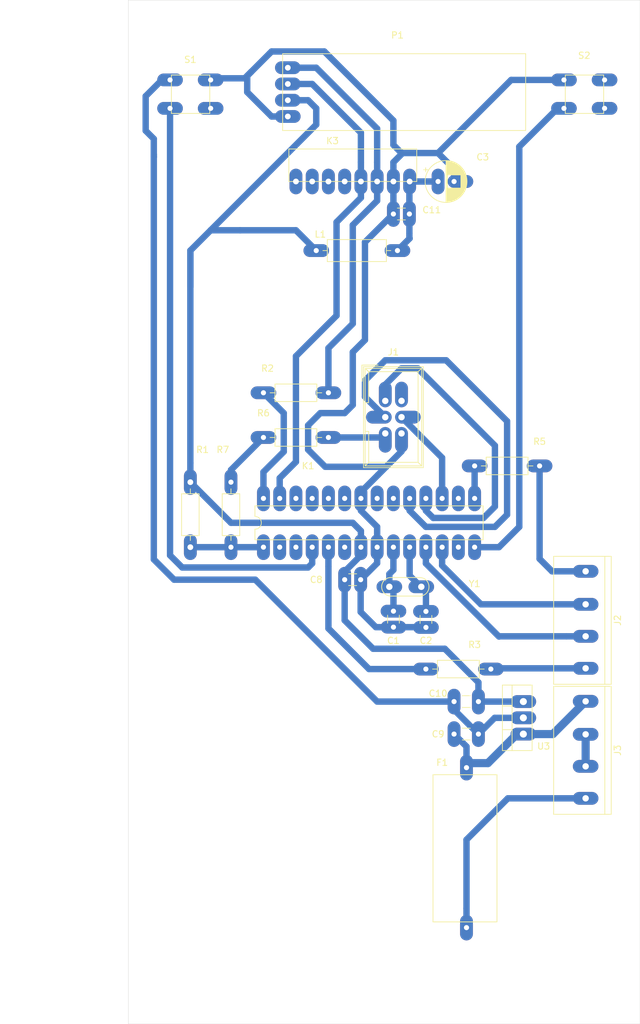
<source format=kicad_pcb>
(kicad_pcb (version 20171130) (host pcbnew "(5.1.2)-2")

  (general
    (thickness 1.6)
    (drawings 6)
    (tracks 200)
    (zones 0)
    (modules 25)
    (nets 37)
  )

  (page A4)
  (layers
    (0 F.Cu signal)
    (31 B.Cu signal)
    (32 B.Adhes user)
    (33 F.Adhes user)
    (34 B.Paste user)
    (35 F.Paste user)
    (36 B.SilkS user)
    (37 F.SilkS user)
    (38 B.Mask user)
    (39 F.Mask user)
    (40 Dwgs.User user)
    (41 Cmts.User user)
    (42 Eco1.User user)
    (43 Eco2.User user)
    (44 Edge.Cuts user)
    (45 Margin user)
    (46 B.CrtYd user)
    (47 F.CrtYd user)
    (48 B.Fab user)
    (49 F.Fab user)
  )

  (setup
    (last_trace_width 1)
    (user_trace_width 1)
    (user_trace_width 1.27)
    (user_trace_width 2.54)
    (trace_clearance 0.2)
    (zone_clearance 0.508)
    (zone_45_only no)
    (trace_min 1)
    (via_size 0.8)
    (via_drill 0.4)
    (via_min_size 0.4)
    (via_min_drill 0.3)
    (uvia_size 0.3)
    (uvia_drill 0.1)
    (uvias_allowed no)
    (uvia_min_size 0.2)
    (uvia_min_drill 0.1)
    (edge_width 0.05)
    (segment_width 0.2)
    (pcb_text_width 0.3)
    (pcb_text_size 1.5 1.5)
    (mod_edge_width 0.12)
    (mod_text_size 1 1)
    (mod_text_width 0.15)
    (pad_size 2 4)
    (pad_drill 1.1)
    (pad_to_mask_clearance 0.051)
    (solder_mask_min_width 0.25)
    (aux_axis_origin 0 0)
    (visible_elements 7FFFFFFF)
    (pcbplotparams
      (layerselection 0x010fc_ffffffff)
      (usegerberextensions false)
      (usegerberattributes false)
      (usegerberadvancedattributes false)
      (creategerberjobfile false)
      (excludeedgelayer true)
      (linewidth 0.100000)
      (plotframeref false)
      (viasonmask false)
      (mode 1)
      (useauxorigin false)
      (hpglpennumber 1)
      (hpglpenspeed 20)
      (hpglpendiameter 15.000000)
      (psnegative false)
      (psa4output false)
      (plotreference true)
      (plotvalue true)
      (plotinvisibletext false)
      (padsonsilk false)
      (subtractmaskfromsilk false)
      (outputformat 1)
      (mirror false)
      (drillshape 1)
      (scaleselection 1)
      (outputdirectory ""))
  )

  (net 0 "")
  (net 1 20Mhz_1)
  (net 2 GND)
  (net 3 20Mhz_2)
  (net 4 RESET)
  (net 5 D9-right_motor_backward)
  (net 6 "Net-(K1-Pad2)")
  (net 7 MOSI)
  (net 8 MISO)
  (net 9 D3-left_motor_forward)
  (net 10 SCK)
  (net 11 "Net-(K1-Pad6)")
  (net 12 "Net-(K1-Pad20)")
  (net 13 +5V)
  (net 14 "Net-(K1-Pad21)")
  (net 15 "Net-(K1-Pad23)")
  (net 16 "Net-(K1-Pad24)")
  (net 17 D5-left_motor_backward)
  (net 18 "Net-(K1-Pad25)")
  (net 19 D6-right_motor_forward)
  (net 20 "Net-(K1-Pad13)")
  (net 21 SDA)
  (net 22 SCL)
  (net 23 "Net-(C11-Pad1)")
  (net 24 D2-button_RESET)
  (net 25 D1-button_SET)
  (net 26 "Net-(K1-Pad26)")
  (net 27 +7V4_500mA)
  (net 28 "Net-(F1-Pad2)")
  (net 29 "Net-(J2-Pad8)")
  (net 30 "Net-(J3-Pad6)")
  (net 31 "Net-(K1-Pad3)")
  (net 32 "Net-(K1-Pad16)")
  (net 33 "Net-(J2-Pad5)")
  (net 34 "Net-(R6-Pad2)")
  (net 35 "Net-(J1-Pad2)")
  (net 36 "Net-(J1-Pad5)")

  (net_class Default "Ceci est la Netclass par défaut."
    (clearance 0.2)
    (trace_width 0.25)
    (via_dia 0.8)
    (via_drill 0.4)
    (uvia_dia 0.3)
    (uvia_drill 0.1)
    (add_net +5V)
    (add_net +7V4_500mA)
    (add_net 20Mhz_1)
    (add_net 20Mhz_2)
    (add_net D1-button_SET)
    (add_net D2-button_RESET)
    (add_net D3-left_motor_forward)
    (add_net D5-left_motor_backward)
    (add_net D6-right_motor_forward)
    (add_net D9-right_motor_backward)
    (add_net GND)
    (add_net MISO)
    (add_net MOSI)
    (add_net "Net-(C11-Pad1)")
    (add_net "Net-(F1-Pad2)")
    (add_net "Net-(J1-Pad2)")
    (add_net "Net-(J1-Pad5)")
    (add_net "Net-(J2-Pad5)")
    (add_net "Net-(J2-Pad8)")
    (add_net "Net-(J3-Pad6)")
    (add_net "Net-(K1-Pad13)")
    (add_net "Net-(K1-Pad16)")
    (add_net "Net-(K1-Pad2)")
    (add_net "Net-(K1-Pad20)")
    (add_net "Net-(K1-Pad21)")
    (add_net "Net-(K1-Pad23)")
    (add_net "Net-(K1-Pad24)")
    (add_net "Net-(K1-Pad25)")
    (add_net "Net-(K1-Pad26)")
    (add_net "Net-(K1-Pad3)")
    (add_net "Net-(K1-Pad6)")
    (add_net "Net-(R6-Pad2)")
    (add_net RESET)
    (add_net SCK)
    (add_net SCL)
    (add_net SDA)
  )

  (module robot_self_balancing:TGL_R (layer F.Cu) (tedit 607EC664) (tstamp 60836E79)
    (at 66.04 100.33 270)
    (descr "Resistor, Axial_DIN0207 series, Axial, Horizontal, pin pitch=10.16mm, 0.25W = 1/4W, length*diameter=6.3*2.5mm^2, http://cdn-reichelt.de/documents/datenblatt/B400/1_4W%23YAG.pdf")
    (tags "Resistor Axial_DIN0207 series Axial Horizontal pin pitch 10.16mm 0.25W = 1/4W length 6.3mm diameter 2.5mm")
    (path /609930BA)
    (fp_text reference R7 (at -5.08 1.27 180) (layer F.SilkS)
      (effects (font (size 1 1) (thickness 0.15)))
    )
    (fp_text value 0Ω (at -3.175 1.27 180) (layer F.Fab)
      (effects (font (size 1 1) (thickness 0.15)))
    )
    (fp_line (start 11.21 -1.5) (end -1.05 -1.5) (layer F.CrtYd) (width 0.05))
    (fp_line (start 11.21 1.5) (end 11.21 -1.5) (layer F.CrtYd) (width 0.05))
    (fp_line (start -1.05 1.5) (end 11.21 1.5) (layer F.CrtYd) (width 0.05))
    (fp_line (start -1.05 -1.5) (end -1.05 1.5) (layer F.CrtYd) (width 0.05))
    (fp_line (start 9.12 0) (end 8.35 0) (layer F.SilkS) (width 0.12))
    (fp_line (start 1.04 0) (end 1.81 0) (layer F.SilkS) (width 0.12))
    (fp_line (start 8.35 -1.37) (end 1.81 -1.37) (layer F.SilkS) (width 0.12))
    (fp_line (start 8.35 1.37) (end 8.35 -1.37) (layer F.SilkS) (width 0.12))
    (fp_line (start 1.81 1.37) (end 8.35 1.37) (layer F.SilkS) (width 0.12))
    (fp_line (start 1.81 -1.37) (end 1.81 1.37) (layer F.SilkS) (width 0.12))
    (fp_line (start 10.16 0) (end 8.23 0) (layer F.Fab) (width 0.1))
    (fp_line (start 0 0) (end 1.93 0) (layer F.Fab) (width 0.1))
    (fp_line (start 8.23 -1.25) (end 1.93 -1.25) (layer F.Fab) (width 0.1))
    (fp_line (start 8.23 1.25) (end 8.23 -1.25) (layer F.Fab) (width 0.1))
    (fp_line (start 1.93 1.25) (end 8.23 1.25) (layer F.Fab) (width 0.1))
    (fp_line (start 1.93 -1.25) (end 1.93 1.25) (layer F.Fab) (width 0.1))
    (pad 2 thru_hole oval (at 10.16 0 270) (size 4 2) (drill 0.8) (layers *.Cu *.Mask)
      (net 4 RESET))
    (pad 1 thru_hole oval (at 0 0 270) (size 4 2) (drill 0.8) (layers *.Cu *.Mask)
      (net 34 "Net-(R6-Pad2)"))
    (model ${KISYS3DMOD}/Resistor_THT.3dshapes/R_Axial_DIN0207_L6.3mm_D2.5mm_P10.16mm_Horizontal.wrl
      (at (xyz 0 0 0))
      (scale (xyz 1 1 1))
      (rotate (xyz 0 0 0))
    )
  )

  (module robot_self_balancing:TGL-C_12pF (layer F.Cu) (tedit 608283CE) (tstamp 608205D3)
    (at 104.1 139.7 180)
    (descr "C, Disc series, Radial, pin pitch=2.50mm, , diameter*width=3.0*1.6mm^2, Capacitor, http://www.vishay.com/docs/45233/krseries.pdf")
    (tags "C Disc series Radial pin pitch 2.50mm  diameter 3.0mm width 1.6mm Capacitor")
    (path /607FEC3B)
    (fp_text reference C9 (at 5.675 0) (layer F.SilkS)
      (effects (font (size 1 1) (thickness 0.15)))
    )
    (fp_text value 100nF (at 9.485 0) (layer F.Fab)
      (effects (font (size 1 1) (thickness 0.15)))
    )
    (fp_text user %R (at 1.25 0) (layer F.Fab)
      (effects (font (size 0.6 0.6) (thickness 0.09)))
    )
    (fp_line (start 3.55 -1.05) (end -1.05 -1.05) (layer F.CrtYd) (width 0.05))
    (fp_line (start 3.55 1.05) (end 3.55 -1.05) (layer F.CrtYd) (width 0.05))
    (fp_line (start -1.05 1.05) (end 3.55 1.05) (layer F.CrtYd) (width 0.05))
    (fp_line (start -1.05 -1.05) (end -1.05 1.05) (layer F.CrtYd) (width 0.05))
    (fp_line (start 0.621 0.92) (end 1.879 0.92) (layer F.SilkS) (width 0.12))
    (fp_line (start 0.621 -0.92) (end 1.879 -0.92) (layer F.SilkS) (width 0.12))
    (fp_line (start 2.75 -0.8) (end -0.25 -0.8) (layer F.Fab) (width 0.1))
    (fp_line (start 2.75 0.8) (end 2.75 -0.8) (layer F.Fab) (width 0.1))
    (fp_line (start -0.25 0.8) (end 2.75 0.8) (layer F.Fab) (width 0.1))
    (fp_line (start -0.25 -0.8) (end -0.25 0.8) (layer F.Fab) (width 0.1))
    (pad 2 thru_hole oval (at 3.175 0 180) (size 2 4) (drill 0.8) (layers *.Cu *.Mask)
      (net 27 +7V4_500mA))
    (pad 1 thru_hole oval (at -0.635 0 180) (size 2 4) (drill 0.8) (layers *.Cu *.Mask)
      (net 2 GND))
    (model ${KISYS3DMOD}/Capacitor_THT.3dshapes/C_Disc_D3.0mm_W1.6mm_P2.50mm.wrl
      (at (xyz 0 0 0))
      (scale (xyz 1 1 1))
      (rotate (xyz 0 0 0))
    )
  )

  (module robot_self_balancing:TGL-C_12pF (layer F.Cu) (tedit 608283CE) (tstamp 60820907)
    (at 104.1 134.62 180)
    (descr "C, Disc series, Radial, pin pitch=2.50mm, , diameter*width=3.0*1.6mm^2, Capacitor, http://www.vishay.com/docs/45233/krseries.pdf")
    (tags "C Disc series Radial pin pitch 2.50mm  diameter 3.0mm width 1.6mm Capacitor")
    (path /607FFB85)
    (fp_text reference C10 (at 5.675 1.27) (layer F.SilkS)
      (effects (font (size 1 1) (thickness 0.15)))
    )
    (fp_text value 100nF (at 10.12 1.27) (layer F.Fab)
      (effects (font (size 1 1) (thickness 0.15)))
    )
    (fp_text user %R (at 1.25 0) (layer F.Fab)
      (effects (font (size 0.6 0.6) (thickness 0.09)))
    )
    (fp_line (start 3.55 -1.05) (end -1.05 -1.05) (layer F.CrtYd) (width 0.05))
    (fp_line (start 3.55 1.05) (end 3.55 -1.05) (layer F.CrtYd) (width 0.05))
    (fp_line (start -1.05 1.05) (end 3.55 1.05) (layer F.CrtYd) (width 0.05))
    (fp_line (start -1.05 -1.05) (end -1.05 1.05) (layer F.CrtYd) (width 0.05))
    (fp_line (start 0.621 0.92) (end 1.879 0.92) (layer F.SilkS) (width 0.12))
    (fp_line (start 0.621 -0.92) (end 1.879 -0.92) (layer F.SilkS) (width 0.12))
    (fp_line (start 2.75 -0.8) (end -0.25 -0.8) (layer F.Fab) (width 0.1))
    (fp_line (start 2.75 0.8) (end 2.75 -0.8) (layer F.Fab) (width 0.1))
    (fp_line (start -0.25 0.8) (end 2.75 0.8) (layer F.Fab) (width 0.1))
    (fp_line (start -0.25 -0.8) (end -0.25 0.8) (layer F.Fab) (width 0.1))
    (pad 2 thru_hole oval (at 3.175 0 180) (size 2 4) (drill 0.8) (layers *.Cu *.Mask)
      (net 2 GND))
    (pad 1 thru_hole oval (at -0.635 0 180) (size 2 4) (drill 0.8) (layers *.Cu *.Mask)
      (net 13 +5V))
    (model ${KISYS3DMOD}/Capacitor_THT.3dshapes/C_Disc_D3.0mm_W1.6mm_P2.50mm.wrl
      (at (xyz 0 0 0))
      (scale (xyz 1 1 1))
      (rotate (xyz 0 0 0))
    )
  )

  (module robot_self_balancing:TGL-Fuse (layer F.Cu) (tedit 60827B62) (tstamp 60821254)
    (at 111.76 156.845 270)
    (path /60842831)
    (fp_text reference F1 (at -12.7 12.7 180) (layer F.SilkS)
      (effects (font (size 1 1) (thickness 0.15)))
    )
    (fp_text value 500mA (at -11.43 12.7 180) (layer F.Fab)
      (effects (font (size 1 1) (thickness 0.15)))
    )
    (fp_line (start -10.795 14.125) (end -10.795 4.125) (layer F.SilkS) (width 0.12))
    (fp_line (start -10.795 14.125) (end 12.205 14.125) (layer F.SilkS) (width 0.12))
    (fp_line (start -10.795 4.125) (end 12.205 4.125) (layer F.SilkS) (width 0.12))
    (fp_line (start 12.205 14.125) (end 12.205 4.125) (layer F.SilkS) (width 0.12))
    (pad 2 thru_hole oval (at 13.1 8.89 270) (size 4 2) (drill 0.8) (layers *.Cu *.Mask)
      (net 28 "Net-(F1-Pad2)"))
    (pad 1 thru_hole oval (at -11.9 8.89 270) (size 4 2) (drill 0.8) (layers *.Cu *.Mask)
      (net 27 +7V4_500mA))
  )

  (module robot_self_balancing:TGL-Push_Button (layer F.Cu) (tedit 608279A3) (tstamp 60832174)
    (at 121.285 34.925)
    (path /607F39F7)
    (fp_text reference S2 (at 0 -1.27) (layer F.SilkS)
      (effects (font (size 1 1) (thickness 0.15)))
    )
    (fp_text value Set (at 0 0.635) (layer F.Fab)
      (effects (font (size 1 1) (thickness 0.15)))
    )
    (fp_line (start 3.0366 1.7808) (end -2.9634 1.7808) (layer F.SilkS) (width 0.12))
    (fp_line (start 3.0366 7.7808) (end 3.0366 1.7808) (layer F.SilkS) (width 0.12))
    (fp_line (start -2.9634 7.7808) (end 3.0366 7.7808) (layer F.SilkS) (width 0.12))
    (fp_line (start -2.9634 1.7808) (end -2.9634 7.7808) (layer F.SilkS) (width 0.12))
    (pad 1 thru_hole oval (at 3.175 2.54) (size 4 2) (drill 0.8) (layers *.Cu *.Mask)
      (net 2 GND))
    (pad 2 thru_hole oval (at 3.175 6.985) (size 4 2) (drill 0.8) (layers *.Cu *.Mask)
      (net 25 D1-button_SET))
    (pad 2 thru_hole oval (at -3.175 6.985) (size 4 2) (drill 0.8) (layers *.Cu *.Mask)
      (net 25 D1-button_SET))
    (pad 1 thru_hole oval (at -3.175 2.54) (size 4 2) (drill 0.8) (layers *.Cu *.Mask)
      (net 2 GND))
  )

  (module robot_self_balancing:TGL-Push_Button (layer F.Cu) (tedit 608279A3) (tstamp 60820005)
    (at 59.69 34.925)
    (path /607F31F0)
    (fp_text reference S1 (at 0 -0.635) (layer F.SilkS)
      (effects (font (size 1 1) (thickness 0.15)))
    )
    (fp_text value Reset (at 0 0.635) (layer F.Fab)
      (effects (font (size 1 1) (thickness 0.15)))
    )
    (fp_line (start 3.0366 1.7808) (end -2.9634 1.7808) (layer F.SilkS) (width 0.12))
    (fp_line (start 3.0366 7.7808) (end 3.0366 1.7808) (layer F.SilkS) (width 0.12))
    (fp_line (start -2.9634 7.7808) (end 3.0366 7.7808) (layer F.SilkS) (width 0.12))
    (fp_line (start -2.9634 1.7808) (end -2.9634 7.7808) (layer F.SilkS) (width 0.12))
    (pad 1 thru_hole oval (at 3.175 2.54) (size 4 2) (drill 0.8) (layers *.Cu *.Mask)
      (net 2 GND))
    (pad 2 thru_hole oval (at 3.175 6.985) (size 4 2) (drill 0.8) (layers *.Cu *.Mask)
      (net 24 D2-button_RESET))
    (pad 2 thru_hole oval (at -3.175 6.985) (size 4 2) (drill 0.8) (layers *.Cu *.Mask)
      (net 24 D2-button_RESET))
    (pad 1 thru_hole oval (at -3.175 2.54) (size 4 2) (drill 0.8) (layers *.Cu *.Mask)
      (net 2 GND))
  )

  (module robot_self_balancing:TGL-OLED_Screen (layer F.Cu) (tedit 607ED143) (tstamp 607F4DC7)
    (at 71.12 39.37 90)
    (path /608002E0)
    (fp_text reference P1 (at 8.89 20.955 180) (layer F.SilkS)
      (effects (font (size 1 1) (thickness 0.15)))
    )
    (fp_text value OLED_Screen (at 6.985 20.955 180) (layer F.Fab)
      (effects (font (size 1 1) (thickness 0.15)))
    )
    (fp_line (start -6 41) (end -6 3) (layer F.SilkS) (width 0.12))
    (fp_line (start 6 41) (end -6 41) (layer F.SilkS) (width 0.12))
    (fp_line (start 6 3) (end 6 41) (layer F.SilkS) (width 0.12))
    (fp_line (start -6 3) (end 6 3) (layer F.SilkS) (width 0.12))
    (pad 1 thru_hole oval (at -3.81 3.81 90) (size 2 4) (drill 0.9) (layers *.Cu *.Mask)
      (net 2 GND))
    (pad 2 thru_hole oval (at -1.27 3.81 90) (size 2 4) (drill 0.9) (layers *.Cu *.Mask)
      (net 13 +5V))
    (pad 4 thru_hole oval (at 3.81 3.81 90) (size 2 4) (drill 0.9) (layers *.Cu *.Mask)
      (net 22 SCL))
    (pad 3 thru_hole oval (at 1.27 3.81 90) (size 2 4) (drill 0.9) (layers *.Cu *.Mask)
      (net 21 SDA))
  )

  (module robot_self_balancing:TGL_R (layer F.Cu) (tedit 607EC664) (tstamp 6082A41D)
    (at 81.28 93.345 180)
    (descr "Resistor, Axial_DIN0207 series, Axial, Horizontal, pin pitch=10.16mm, 0.25W = 1/4W, length*diameter=6.3*2.5mm^2, http://cdn-reichelt.de/documents/datenblatt/B400/1_4W%23YAG.pdf")
    (tags "Resistor Axial_DIN0207 series Axial Horizontal pin pitch 10.16mm 0.25W = 1/4W length 6.3mm diameter 2.5mm")
    (path /6086C694)
    (fp_text reference R6 (at 10.16 3.81) (layer F.SilkS)
      (effects (font (size 1 1) (thickness 0.15)))
    )
    (fp_text value 0Ω (at 10.16 2.37) (layer F.Fab)
      (effects (font (size 1 1) (thickness 0.15)))
    )
    (fp_line (start 11.21 -1.5) (end -1.05 -1.5) (layer F.CrtYd) (width 0.05))
    (fp_line (start 11.21 1.5) (end 11.21 -1.5) (layer F.CrtYd) (width 0.05))
    (fp_line (start -1.05 1.5) (end 11.21 1.5) (layer F.CrtYd) (width 0.05))
    (fp_line (start -1.05 -1.5) (end -1.05 1.5) (layer F.CrtYd) (width 0.05))
    (fp_line (start 9.12 0) (end 8.35 0) (layer F.SilkS) (width 0.12))
    (fp_line (start 1.04 0) (end 1.81 0) (layer F.SilkS) (width 0.12))
    (fp_line (start 8.35 -1.37) (end 1.81 -1.37) (layer F.SilkS) (width 0.12))
    (fp_line (start 8.35 1.37) (end 8.35 -1.37) (layer F.SilkS) (width 0.12))
    (fp_line (start 1.81 1.37) (end 8.35 1.37) (layer F.SilkS) (width 0.12))
    (fp_line (start 1.81 -1.37) (end 1.81 1.37) (layer F.SilkS) (width 0.12))
    (fp_line (start 10.16 0) (end 8.23 0) (layer F.Fab) (width 0.1))
    (fp_line (start 0 0) (end 1.93 0) (layer F.Fab) (width 0.1))
    (fp_line (start 8.23 -1.25) (end 1.93 -1.25) (layer F.Fab) (width 0.1))
    (fp_line (start 8.23 1.25) (end 8.23 -1.25) (layer F.Fab) (width 0.1))
    (fp_line (start 1.93 1.25) (end 8.23 1.25) (layer F.Fab) (width 0.1))
    (fp_line (start 1.93 -1.25) (end 1.93 1.25) (layer F.Fab) (width 0.1))
    (pad 2 thru_hole oval (at 10.16 0 180) (size 4 2) (drill 0.8) (layers *.Cu *.Mask)
      (net 34 "Net-(R6-Pad2)"))
    (pad 1 thru_hole oval (at 0 0 180) (size 4 2) (drill 0.8) (layers *.Cu *.Mask)
      (net 36 "Net-(J1-Pad5)"))
    (model ${KISYS3DMOD}/Resistor_THT.3dshapes/R_Axial_DIN0207_L6.3mm_D2.5mm_P10.16mm_Horizontal.wrl
      (at (xyz 0 0 0))
      (scale (xyz 1 1 1))
      (rotate (xyz 0 0 0))
    )
  )

  (module robot_self_balancing:TGL_R (layer F.Cu) (tedit 607EC664) (tstamp 60829A13)
    (at 104.14 97.79)
    (descr "Resistor, Axial_DIN0207 series, Axial, Horizontal, pin pitch=10.16mm, 0.25W = 1/4W, length*diameter=6.3*2.5mm^2, http://cdn-reichelt.de/documents/datenblatt/B400/1_4W%23YAG.pdf")
    (tags "Resistor Axial_DIN0207 series Axial Horizontal pin pitch 10.16mm 0.25W = 1/4W length 6.3mm diameter 2.5mm")
    (path /6086802F)
    (fp_text reference R5 (at 10.16 -3.81) (layer F.SilkS)
      (effects (font (size 1 1) (thickness 0.15)))
    )
    (fp_text value 0Ω (at 10.16 -2.54) (layer F.Fab)
      (effects (font (size 1 1) (thickness 0.15)))
    )
    (fp_line (start 11.21 -1.5) (end -1.05 -1.5) (layer F.CrtYd) (width 0.05))
    (fp_line (start 11.21 1.5) (end 11.21 -1.5) (layer F.CrtYd) (width 0.05))
    (fp_line (start -1.05 1.5) (end 11.21 1.5) (layer F.CrtYd) (width 0.05))
    (fp_line (start -1.05 -1.5) (end -1.05 1.5) (layer F.CrtYd) (width 0.05))
    (fp_line (start 9.12 0) (end 8.35 0) (layer F.SilkS) (width 0.12))
    (fp_line (start 1.04 0) (end 1.81 0) (layer F.SilkS) (width 0.12))
    (fp_line (start 8.35 -1.37) (end 1.81 -1.37) (layer F.SilkS) (width 0.12))
    (fp_line (start 8.35 1.37) (end 8.35 -1.37) (layer F.SilkS) (width 0.12))
    (fp_line (start 1.81 1.37) (end 8.35 1.37) (layer F.SilkS) (width 0.12))
    (fp_line (start 1.81 -1.37) (end 1.81 1.37) (layer F.SilkS) (width 0.12))
    (fp_line (start 10.16 0) (end 8.23 0) (layer F.Fab) (width 0.1))
    (fp_line (start 0 0) (end 1.93 0) (layer F.Fab) (width 0.1))
    (fp_line (start 8.23 -1.25) (end 1.93 -1.25) (layer F.Fab) (width 0.1))
    (fp_line (start 8.23 1.25) (end 8.23 -1.25) (layer F.Fab) (width 0.1))
    (fp_line (start 1.93 1.25) (end 8.23 1.25) (layer F.Fab) (width 0.1))
    (fp_line (start 1.93 -1.25) (end 1.93 1.25) (layer F.Fab) (width 0.1))
    (pad 2 thru_hole oval (at 10.16 0) (size 4 2) (drill 0.8) (layers *.Cu *.Mask)
      (net 33 "Net-(J2-Pad5)"))
    (pad 1 thru_hole oval (at 0 0) (size 4 2) (drill 0.8) (layers *.Cu *.Mask)
      (net 5 D9-right_motor_backward))
    (model ${KISYS3DMOD}/Resistor_THT.3dshapes/R_Axial_DIN0207_L6.3mm_D2.5mm_P10.16mm_Horizontal.wrl
      (at (xyz 0 0 0))
      (scale (xyz 1 1 1))
      (rotate (xyz 0 0 0))
    )
  )

  (module robot_self_balancing:TGL_R (layer F.Cu) (tedit 607EC664) (tstamp 60826863)
    (at 106.68 129.54 180)
    (descr "Resistor, Axial_DIN0207 series, Axial, Horizontal, pin pitch=10.16mm, 0.25W = 1/4W, length*diameter=6.3*2.5mm^2, http://cdn-reichelt.de/documents/datenblatt/B400/1_4W%23YAG.pdf")
    (tags "Resistor Axial_DIN0207 series Axial Horizontal pin pitch 10.16mm 0.25W = 1/4W length 6.3mm diameter 2.5mm")
    (path /609ABF0D)
    (fp_text reference R3 (at 2.54 3.81) (layer F.SilkS)
      (effects (font (size 1 1) (thickness 0.15)))
    )
    (fp_text value 0Ω (at 2.54 2.37) (layer F.Fab)
      (effects (font (size 1 1) (thickness 0.15)))
    )
    (fp_line (start 11.21 -1.5) (end -1.05 -1.5) (layer F.CrtYd) (width 0.05))
    (fp_line (start 11.21 1.5) (end 11.21 -1.5) (layer F.CrtYd) (width 0.05))
    (fp_line (start -1.05 1.5) (end 11.21 1.5) (layer F.CrtYd) (width 0.05))
    (fp_line (start -1.05 -1.5) (end -1.05 1.5) (layer F.CrtYd) (width 0.05))
    (fp_line (start 9.12 0) (end 8.35 0) (layer F.SilkS) (width 0.12))
    (fp_line (start 1.04 0) (end 1.81 0) (layer F.SilkS) (width 0.12))
    (fp_line (start 8.35 -1.37) (end 1.81 -1.37) (layer F.SilkS) (width 0.12))
    (fp_line (start 8.35 1.37) (end 8.35 -1.37) (layer F.SilkS) (width 0.12))
    (fp_line (start 1.81 1.37) (end 8.35 1.37) (layer F.SilkS) (width 0.12))
    (fp_line (start 1.81 -1.37) (end 1.81 1.37) (layer F.SilkS) (width 0.12))
    (fp_line (start 10.16 0) (end 8.23 0) (layer F.Fab) (width 0.1))
    (fp_line (start 0 0) (end 1.93 0) (layer F.Fab) (width 0.1))
    (fp_line (start 8.23 -1.25) (end 1.93 -1.25) (layer F.Fab) (width 0.1))
    (fp_line (start 8.23 1.25) (end 8.23 -1.25) (layer F.Fab) (width 0.1))
    (fp_line (start 1.93 1.25) (end 8.23 1.25) (layer F.Fab) (width 0.1))
    (fp_line (start 1.93 -1.25) (end 1.93 1.25) (layer F.Fab) (width 0.1))
    (pad 2 thru_hole oval (at 10.16 0 180) (size 4 2) (drill 0.8) (layers *.Cu *.Mask)
      (net 9 D3-left_motor_forward))
    (pad 1 thru_hole oval (at 0 0 180) (size 4 2) (drill 0.8) (layers *.Cu *.Mask)
      (net 29 "Net-(J2-Pad8)"))
    (model ${KISYS3DMOD}/Resistor_THT.3dshapes/R_Axial_DIN0207_L6.3mm_D2.5mm_P10.16mm_Horizontal.wrl
      (at (xyz 0 0 0))
      (scale (xyz 1 1 1))
      (rotate (xyz 0 0 0))
    )
  )

  (module robot_self_balancing:TGL_R (layer F.Cu) (tedit 607EC664) (tstamp 60825F0D)
    (at 81.28 86.36 180)
    (descr "Resistor, Axial_DIN0207 series, Axial, Horizontal, pin pitch=10.16mm, 0.25W = 1/4W, length*diameter=6.3*2.5mm^2, http://cdn-reichelt.de/documents/datenblatt/B400/1_4W%23YAG.pdf")
    (tags "Resistor Axial_DIN0207 series Axial Horizontal pin pitch 10.16mm 0.25W = 1/4W length 6.3mm diameter 2.5mm")
    (path /609A442D)
    (fp_text reference R2 (at 9.525 3.81) (layer F.SilkS)
      (effects (font (size 1 1) (thickness 0.15)))
    )
    (fp_text value 0Ω (at 9.525 2.37) (layer F.Fab)
      (effects (font (size 1 1) (thickness 0.15)))
    )
    (fp_line (start 11.21 -1.5) (end -1.05 -1.5) (layer F.CrtYd) (width 0.05))
    (fp_line (start 11.21 1.5) (end 11.21 -1.5) (layer F.CrtYd) (width 0.05))
    (fp_line (start -1.05 1.5) (end 11.21 1.5) (layer F.CrtYd) (width 0.05))
    (fp_line (start -1.05 -1.5) (end -1.05 1.5) (layer F.CrtYd) (width 0.05))
    (fp_line (start 9.12 0) (end 8.35 0) (layer F.SilkS) (width 0.12))
    (fp_line (start 1.04 0) (end 1.81 0) (layer F.SilkS) (width 0.12))
    (fp_line (start 8.35 -1.37) (end 1.81 -1.37) (layer F.SilkS) (width 0.12))
    (fp_line (start 8.35 1.37) (end 8.35 -1.37) (layer F.SilkS) (width 0.12))
    (fp_line (start 1.81 1.37) (end 8.35 1.37) (layer F.SilkS) (width 0.12))
    (fp_line (start 1.81 -1.37) (end 1.81 1.37) (layer F.SilkS) (width 0.12))
    (fp_line (start 10.16 0) (end 8.23 0) (layer F.Fab) (width 0.1))
    (fp_line (start 0 0) (end 1.93 0) (layer F.Fab) (width 0.1))
    (fp_line (start 8.23 -1.25) (end 1.93 -1.25) (layer F.Fab) (width 0.1))
    (fp_line (start 8.23 1.25) (end 8.23 -1.25) (layer F.Fab) (width 0.1))
    (fp_line (start 1.93 1.25) (end 8.23 1.25) (layer F.Fab) (width 0.1))
    (fp_line (start 1.93 -1.25) (end 1.93 1.25) (layer F.Fab) (width 0.1))
    (pad 2 thru_hole oval (at 10.16 0 180) (size 4 2) (drill 0.8) (layers *.Cu *.Mask)
      (net 22 SCL))
    (pad 1 thru_hole oval (at 0 0 180) (size 4 2) (drill 0.8) (layers *.Cu *.Mask)
      (net 22 SCL))
    (model ${KISYS3DMOD}/Resistor_THT.3dshapes/R_Axial_DIN0207_L6.3mm_D2.5mm_P10.16mm_Horizontal.wrl
      (at (xyz 0 0 0))
      (scale (xyz 1 1 1))
      (rotate (xyz 0 0 0))
    )
  )

  (module robot_self_balancing:TGL-Bornier4Pins_mm (layer F.Cu) (tedit 60817A5F) (tstamp 6081F49E)
    (at 127 121.92 270)
    (path /6090C2E3)
    (fp_text reference J2 (at 0 0.5 90) (layer F.SilkS)
      (effects (font (size 1 1) (thickness 0.15)))
    )
    (fp_text value "Motor commands" (at 0 -1.27 90) (layer F.Fab)
      (effects (font (size 1 1) (thickness 0.15)))
    )
    (fp_line (start -10 2.5) (end 10 2.5) (layer F.SilkS) (width 0.12))
    (fp_line (start 10 1.5) (end -10 1.5) (layer F.SilkS) (width 0.12))
    (fp_line (start 10 10.5) (end 10 1.5) (layer F.SilkS) (width 0.12))
    (fp_line (start -10 10.5) (end 10 10.5) (layer F.SilkS) (width 0.12))
    (fp_line (start -10 1.5) (end -10 10.5) (layer F.SilkS) (width 0.12))
    (pad 5 thru_hole oval (at -7.66 5.5 270) (size 2 4) (drill 1) (layers *.Cu *.Mask)
      (net 33 "Net-(J2-Pad5)"))
    (pad 8 thru_hole oval (at 7.5 5.5 90) (size 2 4) (drill 1) (layers *.Cu *.Mask)
      (net 29 "Net-(J2-Pad8)"))
    (pad 7 thru_hole oval (at 2.5 5.5 270) (size 2 4) (drill 1) (layers *.Cu *.Mask)
      (net 17 D5-left_motor_backward))
    (pad 6 thru_hole oval (at -2.5 5.5 270) (size 2 4) (drill 1) (layers *.Cu *.Mask)
      (net 19 D6-right_motor_forward))
  )

  (module robot_self_balancing:TGL-MPU_6050-perpendiculaire (layer F.Cu) (tedit 608176A8) (tstamp 608220BE)
    (at 85.09 57.15 180)
    (path /607F14C0)
    (fp_text reference K3 (at 3.175 10.16) (layer F.SilkS)
      (effects (font (size 1 1) (thickness 0.15)))
    )
    (fp_text value MPU-6050 (at 4.445 6.985) (layer F.Fab)
      (effects (font (size 1 1) (thickness 0.15)))
    )
    (fp_line (start -10 8.89) (end -10 3.81) (layer F.SilkS) (width 0.12))
    (fp_line (start 10 8.89) (end -10 8.89) (layer F.SilkS) (width 0.12))
    (fp_line (start 10 3.81) (end 10 8.89) (layer F.SilkS) (width 0.12))
    (fp_line (start -10 3.81) (end 10 3.81) (layer F.SilkS) (width 0.12))
    (pad 13 thru_hole oval (at -8.89 3.81 180) (size 2 4) (drill 0.9) (layers *.Cu *.Mask)
      (net 23 "Net-(C11-Pad1)"))
    (pad 18 thru_hole oval (at -6.35 3.81 180) (size 2 4) (drill 0.9) (layers *.Cu *.Mask)
      (net 2 GND))
    (pad "" thru_hole oval (at 8.89 3.81 180) (size 2 4) (drill 0.9) (layers *.Cu *.Mask))
    (pad "" thru_hole oval (at 6.35 3.81 180) (size 2 4) (drill 0.9) (layers *.Cu *.Mask))
    (pad "" thru_hole oval (at 3.81 3.81 180) (size 2 4) (drill 0.9) (layers *.Cu *.Mask))
    (pad "" thru_hole oval (at 1.27 3.81 180) (size 2 4) (drill 0.9) (layers *.Cu *.Mask))
    (pad 24 thru_hole oval (at -1.27 3.81 180) (size 2 4) (drill 0.9) (layers *.Cu *.Mask)
      (net 21 SDA))
    (pad 23 thru_hole oval (at -3.81 3.81 180) (size 2 4) (drill 0.9) (layers *.Cu *.Mask)
      (net 22 SCL))
  )

  (module robot_self_balancing:TGL-C_12pF (layer F.Cu) (tedit 608123D2) (tstamp 60820892)
    (at 86.32 115.57 180)
    (descr "C, Disc series, Radial, pin pitch=2.50mm, , diameter*width=3.0*1.6mm^2, Capacitor, http://www.vishay.com/docs/45233/krseries.pdf")
    (tags "C Disc series Radial pin pitch 2.50mm  diameter 3.0mm width 1.6mm Capacitor")
    (path /6083C484)
    (fp_text reference C8 (at 6.945 0) (layer F.SilkS)
      (effects (font (size 1 1) (thickness 0.15)))
    )
    (fp_text value "100 nF" (at 8.215 -1.905) (layer F.Fab)
      (effects (font (size 1 1) (thickness 0.15)))
    )
    (fp_line (start 3.55 -1.05) (end -1.05 -1.05) (layer F.CrtYd) (width 0.05))
    (fp_line (start 3.55 1.05) (end 3.55 -1.05) (layer F.CrtYd) (width 0.05))
    (fp_line (start -1.05 1.05) (end 3.55 1.05) (layer F.CrtYd) (width 0.05))
    (fp_line (start -1.05 -1.05) (end -1.05 1.05) (layer F.CrtYd) (width 0.05))
    (fp_line (start 0.621 0.92) (end 1.879 0.92) (layer F.SilkS) (width 0.12))
    (fp_line (start 0.621 -0.92) (end 1.879 -0.92) (layer F.SilkS) (width 0.12))
    (fp_line (start 2.75 -0.8) (end -0.25 -0.8) (layer F.Fab) (width 0.1))
    (fp_line (start 2.75 0.8) (end 2.75 -0.8) (layer F.Fab) (width 0.1))
    (fp_line (start -0.25 0.8) (end 2.75 0.8) (layer F.Fab) (width 0.1))
    (fp_line (start -0.25 -0.8) (end -0.25 0.8) (layer F.Fab) (width 0.1))
    (pad 2 thru_hole oval (at 2.5 0 180) (size 2 4) (drill 0.8) (layers *.Cu *.Mask)
      (net 13 +5V))
    (pad 1 thru_hole oval (at 0 0 180) (size 2 4) (drill 0.8) (layers *.Cu *.Mask)
      (net 2 GND))
    (model ${KISYS3DMOD}/Capacitor_THT.3dshapes/C_Disc_D3.0mm_W1.6mm_P2.50mm.wrl
      (at (xyz 0 0 0))
      (scale (xyz 1 1 1))
      (rotate (xyz 0 0 0))
    )
  )

  (module robot_self_balancing:TGL-Bornier4Pins_mm (layer F.Cu) (tedit 60816853) (tstamp 6081F4AB)
    (at 127 142.24 270)
    (path /608AA5D7)
    (fp_text reference J3 (at 0 0.5 90) (layer F.SilkS)
      (effects (font (size 1 1) (thickness 0.15)))
    )
    (fp_text value "Power bornier" (at 0 -1.27 90) (layer F.Fab)
      (effects (font (size 1 1) (thickness 0.15)))
    )
    (fp_line (start -10 2.5) (end 10 2.5) (layer F.SilkS) (width 0.12))
    (fp_line (start 10 1.5) (end -10 1.5) (layer F.SilkS) (width 0.12))
    (fp_line (start 10 10.5) (end 10 1.5) (layer F.SilkS) (width 0.12))
    (fp_line (start -10 10.5) (end 10 10.5) (layer F.SilkS) (width 0.12))
    (fp_line (start -10 1.5) (end -10 10.5) (layer F.SilkS) (width 0.12))
    (pad 8 thru_hole oval (at -7.66 5.5 270) (size 2 4) (drill 1) (layers *.Cu *.Mask)
      (net 27 +7V4_500mA))
    (pad 5 thru_hole oval (at 7.5 5.5 90) (size 2 4) (drill 1) (layers *.Cu *.Mask)
      (net 28 "Net-(F1-Pad2)"))
    (pad 7 thru_hole oval (at 2.5 5.5 270) (size 2 4) (drill 1) (layers *.Cu *.Mask)
      (net 30 "Net-(J3-Pad6)"))
    (pad 6 thru_hole oval (at -2.5 5.5 270) (size 2 4) (drill 1) (layers *.Cu *.Mask)
      (net 30 "Net-(J3-Pad6)"))
  )

  (module robot_self_balancing:TGL-C_12pF (layer F.Cu) (tedit 608123D2) (tstamp 608220EC)
    (at 93.94 58.42 180)
    (descr "C, Disc series, Radial, pin pitch=2.50mm, , diameter*width=3.0*1.6mm^2, Capacitor, http://www.vishay.com/docs/45233/krseries.pdf")
    (tags "C Disc series Radial pin pitch 2.50mm  diameter 3.0mm width 1.6mm Capacitor")
    (path /6083A695)
    (fp_text reference C11 (at -1.945 0.635) (layer F.SilkS)
      (effects (font (size 1 1) (thickness 0.15)) (justify left))
    )
    (fp_text value 100nF (at -1.945 -1.27) (layer F.Fab)
      (effects (font (size 1 1) (thickness 0.15)) (justify left))
    )
    (fp_text user %R (at 1.25 0) (layer F.Fab)
      (effects (font (size 0.6 0.6) (thickness 0.09)))
    )
    (fp_line (start 3.55 -1.05) (end -1.05 -1.05) (layer F.CrtYd) (width 0.05))
    (fp_line (start 3.55 1.05) (end 3.55 -1.05) (layer F.CrtYd) (width 0.05))
    (fp_line (start -1.05 1.05) (end 3.55 1.05) (layer F.CrtYd) (width 0.05))
    (fp_line (start -1.05 -1.05) (end -1.05 1.05) (layer F.CrtYd) (width 0.05))
    (fp_line (start 0.621 0.92) (end 1.879 0.92) (layer F.SilkS) (width 0.12))
    (fp_line (start 0.621 -0.92) (end 1.879 -0.92) (layer F.SilkS) (width 0.12))
    (fp_line (start 2.75 -0.8) (end -0.25 -0.8) (layer F.Fab) (width 0.1))
    (fp_line (start 2.75 0.8) (end 2.75 -0.8) (layer F.Fab) (width 0.1))
    (fp_line (start -0.25 0.8) (end 2.75 0.8) (layer F.Fab) (width 0.1))
    (fp_line (start -0.25 -0.8) (end -0.25 0.8) (layer F.Fab) (width 0.1))
    (pad 2 thru_hole oval (at 2.5 0 180) (size 2 4) (drill 0.8) (layers *.Cu *.Mask)
      (net 2 GND))
    (pad 1 thru_hole oval (at 0 0 180) (size 2 4) (drill 0.8) (layers *.Cu *.Mask)
      (net 23 "Net-(C11-Pad1)"))
    (model ${KISYS3DMOD}/Capacitor_THT.3dshapes/C_Disc_D3.0mm_W1.6mm_P2.50mm.wrl
      (at (xyz 0 0 0))
      (scale (xyz 1 1 1))
      (rotate (xyz 0 0 0))
    )
  )

  (module robot_self_balancing:TGL-C_12pF (layer F.Cu) (tedit 608123D2) (tstamp 608212EC)
    (at 96.53 120.53 270)
    (descr "C, Disc series, Radial, pin pitch=2.50mm, , diameter*width=3.0*1.6mm^2, Capacitor, http://www.vishay.com/docs/45233/krseries.pdf")
    (tags "C Disc series Radial pin pitch 2.50mm  diameter 3.0mm width 1.6mm Capacitor")
    (path /607E7C0D)
    (fp_text reference C2 (at 4.565 0 180) (layer F.SilkS)
      (effects (font (size 1 1) (thickness 0.15)))
    )
    (fp_text value "22 pF" (at 1.39 -3.165 90) (layer F.Fab)
      (effects (font (size 1 1) (thickness 0.15)))
    )
    (fp_text user %R (at 1.25 0 90) (layer F.Fab)
      (effects (font (size 0.6 0.6) (thickness 0.09)))
    )
    (fp_line (start 3.55 -1.05) (end -1.05 -1.05) (layer F.CrtYd) (width 0.05))
    (fp_line (start 3.55 1.05) (end 3.55 -1.05) (layer F.CrtYd) (width 0.05))
    (fp_line (start -1.05 1.05) (end 3.55 1.05) (layer F.CrtYd) (width 0.05))
    (fp_line (start -1.05 -1.05) (end -1.05 1.05) (layer F.CrtYd) (width 0.05))
    (fp_line (start 0.621 0.92) (end 1.879 0.92) (layer F.SilkS) (width 0.12))
    (fp_line (start 0.621 -0.92) (end 1.879 -0.92) (layer F.SilkS) (width 0.12))
    (fp_line (start 2.75 -0.8) (end -0.25 -0.8) (layer F.Fab) (width 0.1))
    (fp_line (start 2.75 0.8) (end 2.75 -0.8) (layer F.Fab) (width 0.1))
    (fp_line (start -0.25 0.8) (end 2.75 0.8) (layer F.Fab) (width 0.1))
    (fp_line (start -0.25 -0.8) (end -0.25 0.8) (layer F.Fab) (width 0.1))
    (pad 2 thru_hole oval (at 2.5 0 270) (size 2 4) (drill 0.8) (layers *.Cu *.Mask)
      (net 2 GND))
    (pad 1 thru_hole oval (at 0 0 270) (size 2 4) (drill 0.8) (layers *.Cu *.Mask)
      (net 3 20Mhz_2))
    (model ${KISYS3DMOD}/Capacitor_THT.3dshapes/C_Disc_D3.0mm_W1.6mm_P2.50mm.wrl
      (at (xyz 0 0 0))
      (scale (xyz 1 1 1))
      (rotate (xyz 0 0 0))
    )
  )

  (module robot_self_balancing:TGL-C_12pF (layer F.Cu) (tedit 608123D2) (tstamp 608212BC)
    (at 91.45 120.49 270)
    (descr "C, Disc series, Radial, pin pitch=2.50mm, , diameter*width=3.0*1.6mm^2, Capacitor, http://www.vishay.com/docs/45233/krseries.pdf")
    (tags "C Disc series Radial pin pitch 2.50mm  diameter 3.0mm width 1.6mm Capacitor")
    (path /607E741A)
    (fp_text reference C1 (at 4.605 0.01 180) (layer F.SilkS)
      (effects (font (size 1 1) (thickness 0.15)))
    )
    (fp_text value "22 pF" (at 1.43 -8.245 90) (layer F.Fab)
      (effects (font (size 1 1) (thickness 0.15)))
    )
    (fp_text user %R (at 1.25 0 90) (layer F.Fab)
      (effects (font (size 0.6 0.6) (thickness 0.09)))
    )
    (fp_line (start 3.55 -1.05) (end -1.05 -1.05) (layer F.CrtYd) (width 0.05))
    (fp_line (start 3.55 1.05) (end 3.55 -1.05) (layer F.CrtYd) (width 0.05))
    (fp_line (start -1.05 1.05) (end 3.55 1.05) (layer F.CrtYd) (width 0.05))
    (fp_line (start -1.05 -1.05) (end -1.05 1.05) (layer F.CrtYd) (width 0.05))
    (fp_line (start 0.621 0.92) (end 1.879 0.92) (layer F.SilkS) (width 0.12))
    (fp_line (start 0.621 -0.92) (end 1.879 -0.92) (layer F.SilkS) (width 0.12))
    (fp_line (start 2.75 -0.8) (end -0.25 -0.8) (layer F.Fab) (width 0.1))
    (fp_line (start 2.75 0.8) (end 2.75 -0.8) (layer F.Fab) (width 0.1))
    (fp_line (start -0.25 0.8) (end 2.75 0.8) (layer F.Fab) (width 0.1))
    (fp_line (start -0.25 -0.8) (end -0.25 0.8) (layer F.Fab) (width 0.1))
    (pad 2 thru_hole oval (at 2.5 0 270) (size 2 4) (drill 0.8) (layers *.Cu *.Mask)
      (net 2 GND))
    (pad 1 thru_hole oval (at 0 0 270) (size 2 4) (drill 0.8) (layers *.Cu *.Mask)
      (net 1 20Mhz_1))
    (model ${KISYS3DMOD}/Capacitor_THT.3dshapes/C_Disc_D3.0mm_W1.6mm_P2.50mm.wrl
      (at (xyz 0 0 0))
      (scale (xyz 1 1 1))
      (rotate (xyz 0 0 0))
    )
  )

  (module Capacitor_THT:CP_Radial_D6.3mm_P2.50mm (layer F.Cu) (tedit 60811C2B) (tstamp 6082219F)
    (at 98.425 53.34)
    (descr "CP, Radial series, Radial, pin pitch=2.50mm, , diameter=6.3mm, Electrolytic Capacitor")
    (tags "CP Radial series Radial pin pitch 2.50mm  diameter 6.3mm Electrolytic Capacitor")
    (path /60818E53)
    (fp_text reference C3 (at 6.985 -3.81) (layer F.SilkS)
      (effects (font (size 1 1) (thickness 0.15)))
    )
    (fp_text value 10μF (at 6.985 -1.905) (layer F.Fab)
      (effects (font (size 1 1) (thickness 0.15)))
    )
    (fp_circle (center 1.25 0) (end 4.4 0) (layer F.Fab) (width 0.1))
    (fp_circle (center 1.25 0) (end 4.52 0) (layer F.SilkS) (width 0.12))
    (fp_circle (center 1.25 0) (end 4.65 0) (layer F.CrtYd) (width 0.05))
    (fp_line (start -1.443972 -1.3735) (end -0.813972 -1.3735) (layer F.Fab) (width 0.1))
    (fp_line (start -1.128972 -1.6885) (end -1.128972 -1.0585) (layer F.Fab) (width 0.1))
    (fp_line (start 1.25 -3.23) (end 1.25 3.23) (layer F.SilkS) (width 0.12))
    (fp_line (start 1.29 -3.23) (end 1.29 3.23) (layer F.SilkS) (width 0.12))
    (fp_line (start 1.33 -3.23) (end 1.33 3.23) (layer F.SilkS) (width 0.12))
    (fp_line (start 1.37 -3.228) (end 1.37 3.228) (layer F.SilkS) (width 0.12))
    (fp_line (start 1.41 -3.227) (end 1.41 3.227) (layer F.SilkS) (width 0.12))
    (fp_line (start 1.45 -3.224) (end 1.45 3.224) (layer F.SilkS) (width 0.12))
    (fp_line (start 1.49 -3.222) (end 1.49 -1.04) (layer F.SilkS) (width 0.12))
    (fp_line (start 1.49 1.04) (end 1.49 3.222) (layer F.SilkS) (width 0.12))
    (fp_line (start 1.53 -3.218) (end 1.53 -1.04) (layer F.SilkS) (width 0.12))
    (fp_line (start 1.53 1.04) (end 1.53 3.218) (layer F.SilkS) (width 0.12))
    (fp_line (start 1.57 -3.215) (end 1.57 -1.04) (layer F.SilkS) (width 0.12))
    (fp_line (start 1.57 1.04) (end 1.57 3.215) (layer F.SilkS) (width 0.12))
    (fp_line (start 1.61 -3.211) (end 1.61 -1.04) (layer F.SilkS) (width 0.12))
    (fp_line (start 1.61 1.04) (end 1.61 3.211) (layer F.SilkS) (width 0.12))
    (fp_line (start 1.65 -3.206) (end 1.65 -1.04) (layer F.SilkS) (width 0.12))
    (fp_line (start 1.65 1.04) (end 1.65 3.206) (layer F.SilkS) (width 0.12))
    (fp_line (start 1.69 -3.201) (end 1.69 -1.04) (layer F.SilkS) (width 0.12))
    (fp_line (start 1.69 1.04) (end 1.69 3.201) (layer F.SilkS) (width 0.12))
    (fp_line (start 1.73 -3.195) (end 1.73 -1.04) (layer F.SilkS) (width 0.12))
    (fp_line (start 1.73 1.04) (end 1.73 3.195) (layer F.SilkS) (width 0.12))
    (fp_line (start 1.77 -3.189) (end 1.77 -1.04) (layer F.SilkS) (width 0.12))
    (fp_line (start 1.77 1.04) (end 1.77 3.189) (layer F.SilkS) (width 0.12))
    (fp_line (start 1.81 -3.182) (end 1.81 -1.04) (layer F.SilkS) (width 0.12))
    (fp_line (start 1.81 1.04) (end 1.81 3.182) (layer F.SilkS) (width 0.12))
    (fp_line (start 1.85 -3.175) (end 1.85 -1.04) (layer F.SilkS) (width 0.12))
    (fp_line (start 1.85 1.04) (end 1.85 3.175) (layer F.SilkS) (width 0.12))
    (fp_line (start 1.89 -3.167) (end 1.89 -1.04) (layer F.SilkS) (width 0.12))
    (fp_line (start 1.89 1.04) (end 1.89 3.167) (layer F.SilkS) (width 0.12))
    (fp_line (start 1.93 -3.159) (end 1.93 -1.04) (layer F.SilkS) (width 0.12))
    (fp_line (start 1.93 1.04) (end 1.93 3.159) (layer F.SilkS) (width 0.12))
    (fp_line (start 1.971 -3.15) (end 1.971 -1.04) (layer F.SilkS) (width 0.12))
    (fp_line (start 1.971 1.04) (end 1.971 3.15) (layer F.SilkS) (width 0.12))
    (fp_line (start 2.011 -3.141) (end 2.011 -1.04) (layer F.SilkS) (width 0.12))
    (fp_line (start 2.011 1.04) (end 2.011 3.141) (layer F.SilkS) (width 0.12))
    (fp_line (start 2.051 -3.131) (end 2.051 -1.04) (layer F.SilkS) (width 0.12))
    (fp_line (start 2.051 1.04) (end 2.051 3.131) (layer F.SilkS) (width 0.12))
    (fp_line (start 2.091 -3.121) (end 2.091 -1.04) (layer F.SilkS) (width 0.12))
    (fp_line (start 2.091 1.04) (end 2.091 3.121) (layer F.SilkS) (width 0.12))
    (fp_line (start 2.131 -3.11) (end 2.131 -1.04) (layer F.SilkS) (width 0.12))
    (fp_line (start 2.131 1.04) (end 2.131 3.11) (layer F.SilkS) (width 0.12))
    (fp_line (start 2.171 -3.098) (end 2.171 -1.04) (layer F.SilkS) (width 0.12))
    (fp_line (start 2.171 1.04) (end 2.171 3.098) (layer F.SilkS) (width 0.12))
    (fp_line (start 2.211 -3.086) (end 2.211 -1.04) (layer F.SilkS) (width 0.12))
    (fp_line (start 2.211 1.04) (end 2.211 3.086) (layer F.SilkS) (width 0.12))
    (fp_line (start 2.251 -3.074) (end 2.251 -1.04) (layer F.SilkS) (width 0.12))
    (fp_line (start 2.251 1.04) (end 2.251 3.074) (layer F.SilkS) (width 0.12))
    (fp_line (start 2.291 -3.061) (end 2.291 -1.04) (layer F.SilkS) (width 0.12))
    (fp_line (start 2.291 1.04) (end 2.291 3.061) (layer F.SilkS) (width 0.12))
    (fp_line (start 2.331 -3.047) (end 2.331 -1.04) (layer F.SilkS) (width 0.12))
    (fp_line (start 2.331 1.04) (end 2.331 3.047) (layer F.SilkS) (width 0.12))
    (fp_line (start 2.371 -3.033) (end 2.371 -1.04) (layer F.SilkS) (width 0.12))
    (fp_line (start 2.371 1.04) (end 2.371 3.033) (layer F.SilkS) (width 0.12))
    (fp_line (start 2.411 -3.018) (end 2.411 -1.04) (layer F.SilkS) (width 0.12))
    (fp_line (start 2.411 1.04) (end 2.411 3.018) (layer F.SilkS) (width 0.12))
    (fp_line (start 2.451 -3.002) (end 2.451 -1.04) (layer F.SilkS) (width 0.12))
    (fp_line (start 2.451 1.04) (end 2.451 3.002) (layer F.SilkS) (width 0.12))
    (fp_line (start 2.491 -2.986) (end 2.491 -1.04) (layer F.SilkS) (width 0.12))
    (fp_line (start 2.491 1.04) (end 2.491 2.986) (layer F.SilkS) (width 0.12))
    (fp_line (start 2.531 -2.97) (end 2.531 -1.04) (layer F.SilkS) (width 0.12))
    (fp_line (start 2.531 1.04) (end 2.531 2.97) (layer F.SilkS) (width 0.12))
    (fp_line (start 2.571 -2.952) (end 2.571 -1.04) (layer F.SilkS) (width 0.12))
    (fp_line (start 2.571 1.04) (end 2.571 2.952) (layer F.SilkS) (width 0.12))
    (fp_line (start 2.611 -2.934) (end 2.611 -1.04) (layer F.SilkS) (width 0.12))
    (fp_line (start 2.611 1.04) (end 2.611 2.934) (layer F.SilkS) (width 0.12))
    (fp_line (start 2.651 -2.916) (end 2.651 -1.04) (layer F.SilkS) (width 0.12))
    (fp_line (start 2.651 1.04) (end 2.651 2.916) (layer F.SilkS) (width 0.12))
    (fp_line (start 2.691 -2.896) (end 2.691 -1.04) (layer F.SilkS) (width 0.12))
    (fp_line (start 2.691 1.04) (end 2.691 2.896) (layer F.SilkS) (width 0.12))
    (fp_line (start 2.731 -2.876) (end 2.731 -1.04) (layer F.SilkS) (width 0.12))
    (fp_line (start 2.731 1.04) (end 2.731 2.876) (layer F.SilkS) (width 0.12))
    (fp_line (start 2.771 -2.856) (end 2.771 -1.04) (layer F.SilkS) (width 0.12))
    (fp_line (start 2.771 1.04) (end 2.771 2.856) (layer F.SilkS) (width 0.12))
    (fp_line (start 2.811 -2.834) (end 2.811 -1.04) (layer F.SilkS) (width 0.12))
    (fp_line (start 2.811 1.04) (end 2.811 2.834) (layer F.SilkS) (width 0.12))
    (fp_line (start 2.851 -2.812) (end 2.851 -1.04) (layer F.SilkS) (width 0.12))
    (fp_line (start 2.851 1.04) (end 2.851 2.812) (layer F.SilkS) (width 0.12))
    (fp_line (start 2.891 -2.79) (end 2.891 -1.04) (layer F.SilkS) (width 0.12))
    (fp_line (start 2.891 1.04) (end 2.891 2.79) (layer F.SilkS) (width 0.12))
    (fp_line (start 2.931 -2.766) (end 2.931 -1.04) (layer F.SilkS) (width 0.12))
    (fp_line (start 2.931 1.04) (end 2.931 2.766) (layer F.SilkS) (width 0.12))
    (fp_line (start 2.971 -2.742) (end 2.971 -1.04) (layer F.SilkS) (width 0.12))
    (fp_line (start 2.971 1.04) (end 2.971 2.742) (layer F.SilkS) (width 0.12))
    (fp_line (start 3.011 -2.716) (end 3.011 -1.04) (layer F.SilkS) (width 0.12))
    (fp_line (start 3.011 1.04) (end 3.011 2.716) (layer F.SilkS) (width 0.12))
    (fp_line (start 3.051 -2.69) (end 3.051 -1.04) (layer F.SilkS) (width 0.12))
    (fp_line (start 3.051 1.04) (end 3.051 2.69) (layer F.SilkS) (width 0.12))
    (fp_line (start 3.091 -2.664) (end 3.091 -1.04) (layer F.SilkS) (width 0.12))
    (fp_line (start 3.091 1.04) (end 3.091 2.664) (layer F.SilkS) (width 0.12))
    (fp_line (start 3.131 -2.636) (end 3.131 -1.04) (layer F.SilkS) (width 0.12))
    (fp_line (start 3.131 1.04) (end 3.131 2.636) (layer F.SilkS) (width 0.12))
    (fp_line (start 3.171 -2.607) (end 3.171 -1.04) (layer F.SilkS) (width 0.12))
    (fp_line (start 3.171 1.04) (end 3.171 2.607) (layer F.SilkS) (width 0.12))
    (fp_line (start 3.211 -2.578) (end 3.211 -1.04) (layer F.SilkS) (width 0.12))
    (fp_line (start 3.211 1.04) (end 3.211 2.578) (layer F.SilkS) (width 0.12))
    (fp_line (start 3.251 -2.548) (end 3.251 -1.04) (layer F.SilkS) (width 0.12))
    (fp_line (start 3.251 1.04) (end 3.251 2.548) (layer F.SilkS) (width 0.12))
    (fp_line (start 3.291 -2.516) (end 3.291 -1.04) (layer F.SilkS) (width 0.12))
    (fp_line (start 3.291 1.04) (end 3.291 2.516) (layer F.SilkS) (width 0.12))
    (fp_line (start 3.331 -2.484) (end 3.331 -1.04) (layer F.SilkS) (width 0.12))
    (fp_line (start 3.331 1.04) (end 3.331 2.484) (layer F.SilkS) (width 0.12))
    (fp_line (start 3.371 -2.45) (end 3.371 -1.04) (layer F.SilkS) (width 0.12))
    (fp_line (start 3.371 1.04) (end 3.371 2.45) (layer F.SilkS) (width 0.12))
    (fp_line (start 3.411 -2.416) (end 3.411 -1.04) (layer F.SilkS) (width 0.12))
    (fp_line (start 3.411 1.04) (end 3.411 2.416) (layer F.SilkS) (width 0.12))
    (fp_line (start 3.451 -2.38) (end 3.451 -1.04) (layer F.SilkS) (width 0.12))
    (fp_line (start 3.451 1.04) (end 3.451 2.38) (layer F.SilkS) (width 0.12))
    (fp_line (start 3.491 -2.343) (end 3.491 -1.04) (layer F.SilkS) (width 0.12))
    (fp_line (start 3.491 1.04) (end 3.491 2.343) (layer F.SilkS) (width 0.12))
    (fp_line (start 3.531 -2.305) (end 3.531 -1.04) (layer F.SilkS) (width 0.12))
    (fp_line (start 3.531 1.04) (end 3.531 2.305) (layer F.SilkS) (width 0.12))
    (fp_line (start 3.571 -2.265) (end 3.571 2.265) (layer F.SilkS) (width 0.12))
    (fp_line (start 3.611 -2.224) (end 3.611 2.224) (layer F.SilkS) (width 0.12))
    (fp_line (start 3.651 -2.182) (end 3.651 2.182) (layer F.SilkS) (width 0.12))
    (fp_line (start 3.691 -2.137) (end 3.691 2.137) (layer F.SilkS) (width 0.12))
    (fp_line (start 3.731 -2.092) (end 3.731 2.092) (layer F.SilkS) (width 0.12))
    (fp_line (start 3.771 -2.044) (end 3.771 2.044) (layer F.SilkS) (width 0.12))
    (fp_line (start 3.811 -1.995) (end 3.811 1.995) (layer F.SilkS) (width 0.12))
    (fp_line (start 3.851 -1.944) (end 3.851 1.944) (layer F.SilkS) (width 0.12))
    (fp_line (start 3.891 -1.89) (end 3.891 1.89) (layer F.SilkS) (width 0.12))
    (fp_line (start 3.931 -1.834) (end 3.931 1.834) (layer F.SilkS) (width 0.12))
    (fp_line (start 3.971 -1.776) (end 3.971 1.776) (layer F.SilkS) (width 0.12))
    (fp_line (start 4.011 -1.714) (end 4.011 1.714) (layer F.SilkS) (width 0.12))
    (fp_line (start 4.051 -1.65) (end 4.051 1.65) (layer F.SilkS) (width 0.12))
    (fp_line (start 4.091 -1.581) (end 4.091 1.581) (layer F.SilkS) (width 0.12))
    (fp_line (start 4.131 -1.509) (end 4.131 1.509) (layer F.SilkS) (width 0.12))
    (fp_line (start 4.171 -1.432) (end 4.171 1.432) (layer F.SilkS) (width 0.12))
    (fp_line (start 4.211 -1.35) (end 4.211 1.35) (layer F.SilkS) (width 0.12))
    (fp_line (start 4.251 -1.262) (end 4.251 1.262) (layer F.SilkS) (width 0.12))
    (fp_line (start 4.291 -1.165) (end 4.291 1.165) (layer F.SilkS) (width 0.12))
    (fp_line (start 4.331 -1.059) (end 4.331 1.059) (layer F.SilkS) (width 0.12))
    (fp_line (start 4.371 -0.94) (end 4.371 0.94) (layer F.SilkS) (width 0.12))
    (fp_line (start 4.411 -0.802) (end 4.411 0.802) (layer F.SilkS) (width 0.12))
    (fp_line (start 4.451 -0.633) (end 4.451 0.633) (layer F.SilkS) (width 0.12))
    (fp_line (start 4.491 -0.402) (end 4.491 0.402) (layer F.SilkS) (width 0.12))
    (fp_line (start -2.250241 -1.839) (end -1.620241 -1.839) (layer F.SilkS) (width 0.12))
    (fp_line (start -1.935241 -2.154) (end -1.935241 -1.524) (layer F.SilkS) (width 0.12))
    (fp_text user %R (at 1.25 0) (layer F.Fab)
      (effects (font (size 1 1) (thickness 0.15)))
    )
    (pad 1 thru_hole oval (at 0 0) (size 2 4) (drill 0.8) (layers *.Cu *.Mask)
      (net 23 "Net-(C11-Pad1)"))
    (pad 2 thru_hole oval (at 2.5 0) (size 4 2) (drill 0.8 (offset 1 0)) (layers *.Cu *.Mask)
      (net 2 GND))
    (model ${KISYS3DMOD}/Capacitor_THT.3dshapes/CP_Radial_D6.3mm_P2.50mm.wrl
      (at (xyz 0 0 0))
      (scale (xyz 1 1 1))
      (rotate (xyz 0 0 0))
    )
  )

  (module robot_self_balancing:TGL_L (layer F.Cu) (tedit 608119DE) (tstamp 608222DA)
    (at 92.075 64.135 180)
    (descr "Resistor, Axial_DIN0309 series, Axial, Horizontal, pin pitch=12.7mm, 0.5W = 1/2W, length*diameter=9*3.2mm^2, http://cdn-reichelt.de/documents/datenblatt/B400/1_4W%23YAG.pdf")
    (tags "Resistor Axial_DIN0309 series Axial Horizontal pin pitch 12.7mm 0.5W = 1/2W length 9mm diameter 3.2mm")
    (path /607F8762)
    (fp_text reference L1 (at 12.065 2.54) (layer F.SilkS)
      (effects (font (size 1 1) (thickness 0.15)))
    )
    (fp_text value 330_Ohms/100MHz/300nH (at 20.32 -3.81) (layer F.Fab)
      (effects (font (size 1 1) (thickness 0.15)))
    )
    (fp_line (start 13.75 -1.85) (end -1.05 -1.85) (layer F.CrtYd) (width 0.05))
    (fp_line (start 13.75 1.85) (end 13.75 -1.85) (layer F.CrtYd) (width 0.05))
    (fp_line (start -1.05 1.85) (end 13.75 1.85) (layer F.CrtYd) (width 0.05))
    (fp_line (start -1.05 -1.85) (end -1.05 1.85) (layer F.CrtYd) (width 0.05))
    (fp_line (start 11.66 0) (end 10.97 0) (layer F.SilkS) (width 0.12))
    (fp_line (start 1.04 0) (end 1.73 0) (layer F.SilkS) (width 0.12))
    (fp_line (start 10.97 -1.72) (end 1.73 -1.72) (layer F.SilkS) (width 0.12))
    (fp_line (start 10.97 1.72) (end 10.97 -1.72) (layer F.SilkS) (width 0.12))
    (fp_line (start 1.73 1.72) (end 10.97 1.72) (layer F.SilkS) (width 0.12))
    (fp_line (start 1.73 -1.72) (end 1.73 1.72) (layer F.SilkS) (width 0.12))
    (fp_line (start 12.7 0) (end 10.85 0) (layer F.Fab) (width 0.1))
    (fp_line (start 0 0) (end 1.85 0) (layer F.Fab) (width 0.1))
    (fp_line (start 10.85 -1.6) (end 1.85 -1.6) (layer F.Fab) (width 0.1))
    (fp_line (start 10.85 1.6) (end 10.85 -1.6) (layer F.Fab) (width 0.1))
    (fp_line (start 1.85 1.6) (end 10.85 1.6) (layer F.Fab) (width 0.1))
    (fp_line (start 1.85 -1.6) (end 1.85 1.6) (layer F.Fab) (width 0.1))
    (pad 2 thru_hole oval (at 12.7 0 180) (size 4 2) (drill 0.8) (layers *.Cu *.Mask)
      (net 13 +5V))
    (pad 1 thru_hole oval (at 0 0 180) (size 4 2) (drill 0.8) (layers *.Cu *.Mask)
      (net 23 "Net-(C11-Pad1)"))
    (model ${KISYS3DMOD}/Resistor_THT.3dshapes/R_Axial_DIN0309_L9.0mm_D3.2mm_P12.70mm_Horizontal.wrl
      (at (xyz 0 0 0))
      (scale (xyz 1 1 1))
      (rotate (xyz 0 0 0))
    )
  )

  (module robot_self_balancing:TGL-ATmega328P_PU (layer F.Cu) (tedit 607ECC94) (tstamp 608247CD)
    (at 71.12 110.49 90)
    (descr "28-lead though-hole mounted DIP package, row spacing 7.62 mm (300 mils)")
    (tags "THT DIP DIL PDIP 2.54mm 7.62mm 300mil")
    (path /60821430)
    (fp_text reference K1 (at 12.7 6.985 180) (layer F.SilkS)
      (effects (font (size 1 1) (thickness 0.15)))
    )
    (fp_text value ATmega328P-PU (at 10.795 10.16 180) (layer F.Fab)
      (effects (font (size 1 1) (thickness 0.15)))
    )
    (fp_line (start 8.7 -1.55) (end -1.1 -1.55) (layer F.CrtYd) (width 0.05))
    (fp_line (start 8.7 34.55) (end 8.7 -1.55) (layer F.CrtYd) (width 0.05))
    (fp_line (start -1.1 34.55) (end 8.7 34.55) (layer F.CrtYd) (width 0.05))
    (fp_line (start -1.1 -1.55) (end -1.1 34.55) (layer F.CrtYd) (width 0.05))
    (fp_line (start 6.46 -1.33) (end 4.81 -1.33) (layer F.SilkS) (width 0.12))
    (fp_line (start 6.46 34.35) (end 6.46 -1.33) (layer F.SilkS) (width 0.12))
    (fp_line (start 1.16 34.35) (end 6.46 34.35) (layer F.SilkS) (width 0.12))
    (fp_line (start 1.16 -1.33) (end 1.16 34.35) (layer F.SilkS) (width 0.12))
    (fp_line (start 2.81 -1.33) (end 1.16 -1.33) (layer F.SilkS) (width 0.12))
    (fp_line (start 0.635 -0.27) (end 1.635 -1.27) (layer F.Fab) (width 0.1))
    (fp_line (start 0.635 34.29) (end 0.635 -0.27) (layer F.Fab) (width 0.1))
    (fp_line (start 6.985 34.29) (end 0.635 34.29) (layer F.Fab) (width 0.1))
    (fp_line (start 6.985 -1.27) (end 6.985 34.29) (layer F.Fab) (width 0.1))
    (fp_line (start 1.635 -1.27) (end 6.985 -1.27) (layer F.Fab) (width 0.1))
    (fp_arc (start 3.81 -1.33) (end 2.81 -1.33) (angle -180) (layer F.SilkS) (width 0.12))
    (pad 28 thru_hole oval (at 7.62 0 90) (size 4 2) (drill 0.8) (layers *.Cu *.Mask)
      (net 22 SCL))
    (pad 14 thru_hole oval (at 0 33.02 90) (size 4 2) (drill 0.8) (layers *.Cu *.Mask)
      (net 25 D1-button_SET))
    (pad 27 thru_hole oval (at 7.62 2.54 90) (size 4 2) (drill 0.8) (layers *.Cu *.Mask)
      (net 21 SDA))
    (pad 13 thru_hole oval (at 0 30.48 90) (size 4 2) (drill 0.8) (layers *.Cu *.Mask)
      (net 20 "Net-(K1-Pad13)"))
    (pad 26 thru_hole oval (at 7.62 5.08 90) (size 4 2) (drill 0.8) (layers *.Cu *.Mask)
      (net 26 "Net-(K1-Pad26)"))
    (pad 12 thru_hole oval (at 0 27.94 90) (size 4 2) (drill 0.8) (layers *.Cu *.Mask)
      (net 19 D6-right_motor_forward))
    (pad 25 thru_hole oval (at 7.62 7.62 90) (size 4 2) (drill 0.8) (layers *.Cu *.Mask)
      (net 18 "Net-(K1-Pad25)"))
    (pad 11 thru_hole oval (at 0 25.4 90) (size 4 2) (drill 0.8) (layers *.Cu *.Mask)
      (net 17 D5-left_motor_backward))
    (pad 24 thru_hole oval (at 7.62 10.16 90) (size 4 2) (drill 0.8) (layers *.Cu *.Mask)
      (net 16 "Net-(K1-Pad24)"))
    (pad 10 thru_hole oval (at 0 22.86 90) (size 4 2) (drill 0.8) (layers *.Cu *.Mask)
      (net 3 20Mhz_2))
    (pad 23 thru_hole oval (at 7.62 12.7 90) (size 4 2) (drill 0.8) (layers *.Cu *.Mask)
      (net 15 "Net-(K1-Pad23)"))
    (pad 9 thru_hole oval (at 0 20.32 90) (size 4 2) (drill 0.8) (layers *.Cu *.Mask)
      (net 1 20Mhz_1))
    (pad 22 thru_hole oval (at 7.62 15.24 90) (size 4 2) (drill 0.8) (layers *.Cu *.Mask)
      (net 2 GND))
    (pad 8 thru_hole oval (at 0 17.78 90) (size 4 2) (drill 0.8) (layers *.Cu *.Mask)
      (net 2 GND))
    (pad 21 thru_hole oval (at 7.62 17.78 90) (size 4 2) (drill 0.8) (layers *.Cu *.Mask)
      (net 14 "Net-(K1-Pad21)"))
    (pad 7 thru_hole oval (at 0 15.24 90) (size 4 2) (drill 0.8) (layers *.Cu *.Mask)
      (net 13 +5V))
    (pad 20 thru_hole oval (at 7.62 20.32 90) (size 4 2) (drill 0.8) (layers *.Cu *.Mask)
      (net 12 "Net-(K1-Pad20)"))
    (pad 6 thru_hole oval (at 0 12.7 90) (size 4 2) (drill 0.8) (layers *.Cu *.Mask)
      (net 11 "Net-(K1-Pad6)"))
    (pad 19 thru_hole oval (at 7.62 22.86 90) (size 4 2) (drill 0.8) (layers *.Cu *.Mask)
      (net 10 SCK))
    (pad 5 thru_hole oval (at 0 10.16 90) (size 4 2) (drill 0.8) (layers *.Cu *.Mask)
      (net 9 D3-left_motor_forward))
    (pad 18 thru_hole oval (at 7.62 25.4 90) (size 4 2) (drill 0.8) (layers *.Cu *.Mask)
      (net 8 MISO))
    (pad 4 thru_hole oval (at 0 7.62 90) (size 4 2) (drill 0.8) (layers *.Cu *.Mask)
      (net 24 D2-button_RESET))
    (pad 17 thru_hole oval (at 7.62 27.94 90) (size 4 2) (drill 0.8) (layers *.Cu *.Mask)
      (net 7 MOSI))
    (pad 3 thru_hole oval (at 0 5.08 90) (size 4 2) (drill 0.8) (layers *.Cu *.Mask)
      (net 31 "Net-(K1-Pad3)"))
    (pad 16 thru_hole oval (at 7.62 30.48 90) (size 4 2) (drill 0.8) (layers *.Cu *.Mask)
      (net 32 "Net-(K1-Pad16)"))
    (pad 2 thru_hole oval (at 0 2.54 90) (size 4 2) (drill 0.8) (layers *.Cu *.Mask)
      (net 6 "Net-(K1-Pad2)"))
    (pad 15 thru_hole oval (at 7.62 33.02 90) (size 4 2) (drill 0.8) (layers *.Cu *.Mask)
      (net 5 D9-right_motor_backward))
    (pad 1 thru_hole oval (at 0 0 90) (size 4 2) (drill 0.8) (layers *.Cu *.Mask)
      (net 4 RESET))
    (model ${KISYS3DMOD}/Package_DIP.3dshapes/DIP-28_W7.62mm.wrl
      (at (xyz 0 0 0))
      (scale (xyz 1 1 1))
      (rotate (xyz 0 0 0))
    )
  )

  (module robot_self_balancing:TGL_IDC-Header_2x03_P2.54mm_Vertical_1.2 (layer F.Cu) (tedit 607ED7D4) (tstamp 607F2A83)
    (at 90.17 87.63)
    (descr "Through hole straight IDC box header, 2x03, 2.54mm pitch, double rows")
    (tags "Through hole IDC box header THT 2x03 2.54mm double row")
    (path /6081A198)
    (fp_text reference J1 (at 1.27 -7.62) (layer F.SilkS)
      (effects (font (size 1 1) (thickness 0.15)))
    )
    (fp_text value "Conn 2x03" (at 2.54 -9.525) (layer F.Fab)
      (effects (font (size 1 1) (thickness 0.15)))
    )
    (fp_line (start -2.5908 -4.572) (end -3.1496 -5.08) (layer F.SilkS) (width 0.12))
    (fp_line (start -2.6162 0.2794) (end -2.5908 -4.572) (layer F.SilkS) (width 0.12))
    (fp_line (start -2.6162 0.2794) (end -3.1496 0.2794) (layer F.SilkS) (width 0.12))
    (fp_line (start -2.5908 4.7752) (end -3.0988 4.7752) (layer F.SilkS) (width 0.12))
    (fp_line (start -2.5908 9.6012) (end -2.5908 4.7752) (layer F.SilkS) (width 0.12))
    (fp_line (start -2.5908 9.6012) (end -3.1496 10.16) (layer F.SilkS) (width 0.12))
    (fp_line (start 5.1308 9.6012) (end -2.5908 9.6012) (layer F.SilkS) (width 0.12))
    (fp_line (start 5.1308 9.6012) (end 5.6896 10.16) (layer F.SilkS) (width 0.12))
    (fp_line (start 5.1308 -4.572) (end 5.1308 9.6012) (layer F.SilkS) (width 0.12))
    (fp_line (start 5.6896 10.16) (end 5.6896 -5.08) (layer F.SilkS) (width 0.12))
    (fp_line (start -3.1496 10.16) (end 5.6896 10.16) (layer F.SilkS) (width 0.12))
    (fp_line (start -3.1496 -5.08) (end -3.1496 10.16) (layer F.SilkS) (width 0.12))
    (fp_line (start 5.6896 -5.08) (end -3.1496 -5.08) (layer F.SilkS) (width 0.12))
    (fp_line (start 5.1308 -4.572) (end 5.6896 -5.08) (layer F.SilkS) (width 0.12))
    (fp_line (start -2.5908 -4.572) (end 5.1308 -4.572) (layer F.SilkS) (width 0.12))
    (fp_line (start -3.1496 -5.08) (end -2.5908 -4.572) (layer F.SilkS) (width 0.12))
    (fp_line (start -3.655 -5.6) (end -1.115 -5.6) (layer F.SilkS) (width 0.12))
    (fp_line (start -3.655 -5.6) (end -3.655 -3.06) (layer F.SilkS) (width 0.12))
    (fp_line (start -3.405 -5.35) (end 5.945 -5.35) (layer F.SilkS) (width 0.12))
    (fp_line (start -3.405 10.43) (end -3.405 -5.35) (layer F.SilkS) (width 0.12))
    (fp_line (start 5.945 10.43) (end -3.405 10.43) (layer F.SilkS) (width 0.12))
    (fp_line (start 5.945 -5.35) (end 5.945 10.43) (layer F.SilkS) (width 0.12))
    (fp_line (start -3.41 -5.35) (end 5.95 -5.35) (layer F.CrtYd) (width 0.05))
    (fp_line (start -3.41 10.43) (end -3.41 -5.35) (layer F.CrtYd) (width 0.05))
    (fp_line (start 5.95 10.43) (end -3.41 10.43) (layer F.CrtYd) (width 0.05))
    (fp_line (start 5.95 -5.35) (end 5.95 10.43) (layer F.CrtYd) (width 0.05))
    (fp_text user %R (at 1.27 2.54) (layer F.Fab)
      (effects (font (size 1 1) (thickness 0.15)))
    )
    (pad 2 thru_hole oval (at 2.54 0) (size 2 4) (drill 1 (offset 0 -1)) (layers *.Cu *.Mask)
      (net 35 "Net-(J1-Pad2)"))
    (pad 4 thru_hole oval (at 2.54 2.54) (size 4 2) (drill 1 (offset 1 0)) (layers *.Cu *.Mask)
      (net 7 MOSI))
    (pad 5 thru_hole oval (at 0 5.08) (size 2 4) (drill 1 (offset 0 1)) (layers *.Cu *.Mask)
      (net 36 "Net-(J1-Pad5)"))
    (pad 6 thru_hole oval (at 2.54 5.08) (size 2 4) (drill 1 (offset 0 1)) (layers *.Cu *.Mask)
      (net 2 GND))
    (pad 3 thru_hole oval (at 0 2.54) (size 4 2) (drill 1 (offset -1 0)) (layers *.Cu *.Mask)
      (net 10 SCK))
    (pad 1 thru_hole oval (at 0 0) (size 2 4) (drill 1 (offset 0 -1)) (layers *.Cu *.Mask)
      (net 8 MISO))
    (model ${KISYS3DMOD}/Connector_IDC.3dshapes/IDC-Header_2x03_P2.54mm_Vertical.wrl
      (at (xyz 0 0 0))
      (scale (xyz 1 1 1))
      (rotate (xyz 0 0 0))
    )
  )

  (module robot_self_balancing:R_Axial_DIN0207_L6.3mm_D2.5mm_P10.16mm_Horizontal (layer F.Cu) (tedit 607EC9C4) (tstamp 607F2A2C)
    (at 59.69 100.33 270)
    (descr "Resistor, Axial_DIN0207 series, Axial, Horizontal, pin pitch=10.16mm, 0.25W = 1/4W, length*diameter=6.3*2.5mm^2, http://cdn-reichelt.de/documents/datenblatt/B400/1_4W%23YAG.pdf")
    (tags "Resistor Axial_DIN0207 series Axial Horizontal pin pitch 10.16mm 0.25W = 1/4W length 6.3mm diameter 2.5mm")
    (path /6081D7E4)
    (fp_text reference R1 (at -5.08 -1.905 180) (layer F.SilkS)
      (effects (font (size 1 1) (thickness 0.15)))
    )
    (fp_text value 10k (at -3.345 -1.905 180) (layer F.Fab)
      (effects (font (size 1 1) (thickness 0.15)))
    )
    (fp_line (start 11.21 -1.5) (end -1.05 -1.5) (layer F.CrtYd) (width 0.05))
    (fp_line (start 11.21 1.5) (end 11.21 -1.5) (layer F.CrtYd) (width 0.05))
    (fp_line (start -1.05 1.5) (end 11.21 1.5) (layer F.CrtYd) (width 0.05))
    (fp_line (start -1.05 -1.5) (end -1.05 1.5) (layer F.CrtYd) (width 0.05))
    (fp_line (start 9.12 0) (end 8.35 0) (layer F.SilkS) (width 0.12))
    (fp_line (start 1.04 0) (end 1.81 0) (layer F.SilkS) (width 0.12))
    (fp_line (start 8.35 -1.37) (end 1.81 -1.37) (layer F.SilkS) (width 0.12))
    (fp_line (start 8.35 1.37) (end 8.35 -1.37) (layer F.SilkS) (width 0.12))
    (fp_line (start 1.81 1.37) (end 8.35 1.37) (layer F.SilkS) (width 0.12))
    (fp_line (start 1.81 -1.37) (end 1.81 1.37) (layer F.SilkS) (width 0.12))
    (fp_line (start 10.16 0) (end 8.23 0) (layer F.Fab) (width 0.1))
    (fp_line (start 0 0) (end 1.93 0) (layer F.Fab) (width 0.1))
    (fp_line (start 8.23 -1.25) (end 1.93 -1.25) (layer F.Fab) (width 0.1))
    (fp_line (start 8.23 1.25) (end 8.23 -1.25) (layer F.Fab) (width 0.1))
    (fp_line (start 1.93 1.25) (end 8.23 1.25) (layer F.Fab) (width 0.1))
    (fp_line (start 1.93 -1.25) (end 1.93 1.25) (layer F.Fab) (width 0.1))
    (pad 2 thru_hole oval (at 10.16 0 270) (size 4 2) (drill 0.9) (layers *.Cu *.Mask)
      (net 4 RESET))
    (pad 1 thru_hole oval (at 0 0 270) (size 4 2) (drill 0.9) (layers *.Cu *.Mask)
      (net 13 +5V))
    (model ${KISYS3DMOD}/Resistor_THT.3dshapes/R_Axial_DIN0207_L6.3mm_D2.5mm_P10.16mm_Horizontal.wrl
      (at (xyz 0 0 0))
      (scale (xyz 1 1 1))
      (rotate (xyz 0 0 0))
    )
  )

  (module Package_TO_SOT_THT:TO-220-3_Vertical (layer F.Cu) (tedit 60826670) (tstamp 607ED192)
    (at 111.76 139.7 90)
    (descr "TO-220-3, Vertical, RM 2.54mm, see https://www.vishay.com/docs/66542/to-220-1.pdf")
    (tags "TO-220-3 Vertical RM 2.54mm")
    (path /607FCED1)
    (fp_text reference U3 (at -1.905 3.175 180) (layer F.SilkS)
      (effects (font (size 1 1) (thickness 0.15)))
    )
    (fp_text value LM7805_TO220 (at -4.445 1.905 180) (layer F.Fab)
      (effects (font (size 1 1) (thickness 0.15)))
    )
    (fp_line (start -2.46 -3.15) (end -2.46 1.25) (layer F.Fab) (width 0.1))
    (fp_line (start -2.46 1.25) (end 7.54 1.25) (layer F.Fab) (width 0.1))
    (fp_line (start 7.54 1.25) (end 7.54 -3.15) (layer F.Fab) (width 0.1))
    (fp_line (start 7.54 -3.15) (end -2.46 -3.15) (layer F.Fab) (width 0.1))
    (fp_line (start -2.46 -1.88) (end 7.54 -1.88) (layer F.Fab) (width 0.1))
    (fp_line (start 0.69 -3.15) (end 0.69 -1.88) (layer F.Fab) (width 0.1))
    (fp_line (start 4.39 -3.15) (end 4.39 -1.88) (layer F.Fab) (width 0.1))
    (fp_line (start -2.58 -3.27) (end 7.66 -3.27) (layer F.SilkS) (width 0.12))
    (fp_line (start -2.58 1.371) (end 7.66 1.371) (layer F.SilkS) (width 0.12))
    (fp_line (start -2.58 -3.27) (end -2.58 1.371) (layer F.SilkS) (width 0.12))
    (fp_line (start 7.66 -3.27) (end 7.66 1.371) (layer F.SilkS) (width 0.12))
    (fp_line (start -2.58 -1.76) (end 7.66 -1.76) (layer F.SilkS) (width 0.12))
    (fp_line (start 0.69 -3.27) (end 0.69 -1.76) (layer F.SilkS) (width 0.12))
    (fp_line (start 4.391 -3.27) (end 4.391 -1.76) (layer F.SilkS) (width 0.12))
    (fp_line (start -2.71 -3.4) (end -2.71 1.51) (layer F.CrtYd) (width 0.05))
    (fp_line (start -2.71 1.51) (end 7.79 1.51) (layer F.CrtYd) (width 0.05))
    (fp_line (start 7.79 1.51) (end 7.79 -3.4) (layer F.CrtYd) (width 0.05))
    (fp_line (start 7.79 -3.4) (end -2.71 -3.4) (layer F.CrtYd) (width 0.05))
    (pad 1 thru_hole oval (at 0 0 90) (size 2 4) (drill 1.1) (layers *.Cu *.Mask)
      (net 27 +7V4_500mA))
    (pad 2 thru_hole oval (at 2.54 0 90) (size 2 4) (drill 1.1) (layers *.Cu *.Mask)
      (net 2 GND))
    (pad 3 thru_hole oval (at 5.08 0 90) (size 2 4) (drill 1.1) (layers *.Cu *.Mask)
      (net 13 +5V))
    (model ${KISYS3DMOD}/Package_TO_SOT_THT.3dshapes/TO-220-3_Vertical.wrl
      (at (xyz 0 0 0))
      (scale (xyz 1 1 1))
      (rotate (xyz 0 0 0))
    )
  )

  (module Crystal:Resonator-2Pin_W7.0mm_H2.5mm (layer F.Cu) (tedit 607ECD2A) (tstamp 608370A1)
    (at 90.805 116.68)
    (descr "Ceramic Resomator/Filter 7.0x2.5mm^2, length*width=7.0x2.5mm^2 package, package length=7.0mm, package width=2.5mm, 2 pins")
    (tags "THT ceramic resonator filter")
    (path /607E6ECB)
    (fp_text reference Y1 (at 13.335 -0.475) (layer F.SilkS)
      (effects (font (size 1 1) (thickness 0.15)))
    )
    (fp_text value 20Mhz (at 16.51 0.795) (layer F.Fab)
      (effects (font (size 1 1) (thickness 0.15)))
    )
    (fp_line (start 0.25 -1.25) (end 4.75 -1.25) (layer F.Fab) (width 0.1))
    (fp_line (start 0.25 1.25) (end 4.75 1.25) (layer F.Fab) (width 0.1))
    (fp_line (start 0.25 -1.25) (end 4.75 -1.25) (layer F.Fab) (width 0.1))
    (fp_line (start 0.25 1.25) (end 4.75 1.25) (layer F.Fab) (width 0.1))
    (fp_line (start 0.25 -1.45) (end 4.75 -1.45) (layer F.SilkS) (width 0.12))
    (fp_line (start 0.25 1.45) (end 4.75 1.45) (layer F.SilkS) (width 0.12))
    (fp_line (start -1.5 -1.7) (end -1.5 1.7) (layer F.CrtYd) (width 0.05))
    (fp_line (start -1.5 1.7) (end 6.5 1.7) (layer F.CrtYd) (width 0.05))
    (fp_line (start 6.5 1.7) (end 6.5 -1.7) (layer F.CrtYd) (width 0.05))
    (fp_line (start 6.5 -1.7) (end -1.5 -1.7) (layer F.CrtYd) (width 0.05))
    (fp_arc (start 0.25 0) (end 0.25 -1.25) (angle -180) (layer F.Fab) (width 0.1))
    (fp_arc (start 4.75 0) (end 4.75 -1.25) (angle 180) (layer F.Fab) (width 0.1))
    (fp_arc (start 0.25 0) (end 0.25 -1.25) (angle -180) (layer F.Fab) (width 0.1))
    (fp_arc (start 4.75 0) (end 4.75 -1.25) (angle 180) (layer F.Fab) (width 0.1))
    (fp_arc (start 0.25 0) (end 0.25 -1.45) (angle -180) (layer F.SilkS) (width 0.12))
    (fp_arc (start 4.75 0) (end 4.75 -1.45) (angle 180) (layer F.SilkS) (width 0.12))
    (pad 1 thru_hole oval (at 0 0) (size 4 2) (drill 1) (layers *.Cu *.Mask)
      (net 1 20Mhz_1))
    (pad 2 thru_hole oval (at 5 0) (size 4 2) (drill 1) (layers *.Cu *.Mask)
      (net 3 20Mhz_2))
    (model ${KISYS3DMOD}/Crystal.3dshapes/Resonator-2Pin_W7.0mm_H2.5mm.wrl
      (at (xyz 0 0 0))
      (scale (xyz 1 1 1))
      (rotate (xyz 0 0 0))
    )
  )

  (gr_line (start 50 75) (end 30 75) (layer Margin) (width 0.15))
  (gr_line (start 50 130) (end 30 130) (layer Margin) (width 0.15))
  (gr_line (start 50 185) (end 50 25) (layer Edge.Cuts) (width 0.05) (tstamp 608209BB))
  (gr_line (start 130 185) (end 50 185) (layer Edge.Cuts) (width 0.05))
  (gr_line (start 130 25) (end 130 185) (layer Edge.Cuts) (width 0.05))
  (gr_line (start 50 25) (end 130 25) (layer Edge.Cuts) (width 0.05))

  (segment (start 90.805 114.68) (end 91.44 114.045) (width 1) (layer B.Cu) (net 1))
  (segment (start 90.805 116.68) (end 90.805 114.68) (width 1) (layer B.Cu) (net 1))
  (segment (start 91.44 114.045) (end 91.44 110.49) (width 1) (layer B.Cu) (net 1))
  (segment (start 91.45 117.325) (end 90.805 116.68) (width 1) (layer B.Cu) (net 1))
  (segment (start 91.45 120.49) (end 91.45 117.325) (width 1) (layer B.Cu) (net 1))
  (segment (start 96.49 122.99) (end 96.53 123.03) (width 1) (layer B.Cu) (net 2))
  (segment (start 91.45 122.99) (end 96.49 122.99) (width 1) (layer B.Cu) (net 2))
  (segment (start 86.36 101.87) (end 86.36 102.87) (width 1) (layer B.Cu) (net 2))
  (segment (start 88.9 112.99) (end 88.9 110.49) (width 1) (layer B.Cu) (net 2))
  (segment (start 86.32 115.57) (end 88.9 112.99) (width 1) (layer B.Cu) (net 2))
  (segment (start 89.035 99.195) (end 86.36 101.87) (width 1) (layer B.Cu) (net 2))
  (segment (start 92.71 95.52) (end 90.305 97.925) (width 1) (layer B.Cu) (net 2))
  (segment (start 92.71 92.71) (end 92.71 95.52) (width 1) (layer B.Cu) (net 2))
  (segment (start 90.305 97.925) (end 89.035 99.195) (width 1) (layer B.Cu) (net 2))
  (segment (start 91.44 58.42) (end 91.44 53.34) (width 1) (layer B.Cu) (net 2))
  (segment (start 53.975 49.53) (end 53.975 49.101) (width 1) (layer B.Cu) (net 2))
  (segment (start 68.199 37.211) (end 69.215 36.195) (width 1) (layer B.Cu) (net 2))
  (segment (start 63.5 37.211) (end 68.199 37.211) (width 1) (layer B.Cu) (net 2))
  (segment (start 72.39 43.18) (end 74.93 43.18) (width 1) (layer B.Cu) (net 2))
  (segment (start 68.58 39.37) (end 72.39 43.18) (width 1) (layer B.Cu) (net 2))
  (segment (start 69.215 36.195) (end 68.58 36.83) (width 1) (layer B.Cu) (net 2))
  (segment (start 68.58 36.83) (end 68.58 39.37) (width 1) (layer B.Cu) (net 2))
  (segment (start 86.32 120.61) (end 86.32 115.57) (width 1) (layer B.Cu) (net 2))
  (segment (start 91.45 122.99) (end 88.7 122.99) (width 1) (layer B.Cu) (net 2))
  (segment (start 88.7 122.99) (end 86.32 120.61) (width 1) (layer B.Cu) (net 2))
  (segment (start 88.9 107.315) (end 88.9 110.49) (width 1) (layer B.Cu) (net 2))
  (segment (start 86.36 102.87) (end 86.36 104.775) (width 1) (layer B.Cu) (net 2))
  (segment (start 86.36 104.775) (end 88.9 107.315) (width 1) (layer B.Cu) (net 2))
  (segment (start 91.39625 58.42) (end 91.44 58.42) (width 1) (layer B.Cu) (net 2))
  (segment (start 86.995 62.82125) (end 91.39625 58.42) (width 1) (layer B.Cu) (net 2))
  (segment (start 86.995 78.105) (end 86.995 62.82125) (width 1) (layer B.Cu) (net 2))
  (segment (start 85.09 80.01) (end 86.995 78.105) (width 1) (layer B.Cu) (net 2))
  (segment (start 85.09 88.265) (end 85.09 80.01) (width 1) (layer B.Cu) (net 2))
  (segment (start 80.78 97.925) (end 78.105 95.25) (width 1) (layer B.Cu) (net 2))
  (segment (start 90.305 97.925) (end 80.78 97.925) (width 1) (layer B.Cu) (net 2))
  (segment (start 78.105 95.25) (end 78.105 91.44) (width 1) (layer B.Cu) (net 2))
  (segment (start 78.105 91.44) (end 80.01 89.535) (width 1) (layer B.Cu) (net 2))
  (segment (start 80.01 89.535) (end 83.82 89.535) (width 1) (layer B.Cu) (net 2))
  (segment (start 83.82 89.535) (end 85.09 88.265) (width 1) (layer B.Cu) (net 2))
  (segment (start 72.0725 33.3375) (end 69.215 36.195) (width 1) (layer B.Cu) (net 2))
  (segment (start 72.39 33.02) (end 72.0725 33.3375) (width 1) (layer B.Cu) (net 2))
  (segment (start 80.645 33.02) (end 72.39 33.02) (width 1) (layer B.Cu) (net 2))
  (segment (start 91.44 45.72) (end 91.44 43.815) (width 1) (layer B.Cu) (net 2))
  (segment (start 91.44 43.815) (end 80.645 33.02) (width 1) (layer B.Cu) (net 2))
  (segment (start 109.855 37.465) (end 118.11 37.465) (width 1) (layer B.Cu) (net 2))
  (segment (start 98.425 48.895) (end 109.855 37.465) (width 1) (layer B.Cu) (net 2))
  (segment (start 92.885 48.895) (end 98.425 48.895) (width 1) (layer B.Cu) (net 2))
  (segment (start 91.44 53.34) (end 91.44 50.34) (width 1) (layer B.Cu) (net 2))
  (segment (start 91.44 50.34) (end 92.885 48.895) (width 1) (layer B.Cu) (net 2))
  (segment (start 100.925 51.475) (end 100.925 53.34) (width 1) (layer B.Cu) (net 2))
  (segment (start 98.425 48.895) (end 100.965 51.435) (width 1) (layer B.Cu) (net 2))
  (segment (start 92.71 48.895) (end 91.44 47.625) (width 1) (layer B.Cu) (net 2))
  (segment (start 92.885 48.895) (end 92.71 48.895) (width 1) (layer B.Cu) (net 2))
  (segment (start 91.44 47.625) (end 91.44 45.72) (width 1) (layer B.Cu) (net 2))
  (segment (start 53.975 46.6725) (end 53.975 49.53) (width 1) (layer B.Cu) (net 2))
  (segment (start 52.705 45.4025) (end 53.975 46.6725) (width 1) (layer B.Cu) (net 2))
  (segment (start 52.705 40.005) (end 52.705 45.4025) (width 1) (layer B.Cu) (net 2))
  (segment (start 56.515 37.465) (end 55.245 37.465) (width 1) (layer B.Cu) (net 2))
  (segment (start 55.245 37.465) (end 52.705 40.005) (width 1) (layer B.Cu) (net 2))
  (segment (start 107.275 137.16) (end 111.76 137.16) (width 1) (layer B.Cu) (net 2))
  (segment (start 104.735 139.7) (end 107.275 137.16) (width 1) (layer B.Cu) (net 2))
  (segment (start 100.925 135.89) (end 104.735 139.7) (width 1) (layer B.Cu) (net 2))
  (segment (start 100.925 134.62) (end 100.925 135.89) (width 1) (layer B.Cu) (net 2))
  (segment (start 53.975 112.395) (end 53.975 49.53) (width 1) (layer B.Cu) (net 2))
  (segment (start 57.15 115.57) (end 53.975 112.395) (width 1) (layer B.Cu) (net 2))
  (segment (start 69.85 115.57) (end 57.15 115.57) (width 1) (layer B.Cu) (net 2))
  (segment (start 100.925 134.62) (end 88.9 134.62) (width 1) (layer B.Cu) (net 2))
  (segment (start 88.9 134.62) (end 69.85 115.57) (width 1) (layer B.Cu) (net 2))
  (segment (start 95.805 116.68) (end 95.725 116.68) (width 1) (layer B.Cu) (net 3))
  (segment (start 93.98 114.935) (end 93.98 110.49) (width 1) (layer B.Cu) (net 3))
  (segment (start 95.725 116.68) (end 93.98 114.935) (width 1) (layer B.Cu) (net 3))
  (segment (start 96.53 117.405) (end 95.805 116.68) (width 1) (layer B.Cu) (net 3))
  (segment (start 96.53 120.53) (end 96.53 117.405) (width 1) (layer B.Cu) (net 3))
  (segment (start 66.04 110.49) (end 71.12 110.49) (width 1) (layer B.Cu) (net 4))
  (segment (start 59.69 110.49) (end 66.04 110.49) (width 1) (layer B.Cu) (net 4))
  (segment (start 104.14 97.79) (end 104.14 102.87) (width 1) (layer B.Cu) (net 5))
  (segment (start 99.06 96.52) (end 99.06 102.87) (width 1) (layer B.Cu) (net 7))
  (segment (start 92.71 90.17) (end 99.06 96.52) (width 1) (layer B.Cu) (net 7))
  (segment (start 96.52 104.775) (end 96.52 102.87) (width 1) (layer B.Cu) (net 8))
  (segment (start 97.663 105.918) (end 96.52 104.775) (width 1) (layer B.Cu) (net 8))
  (segment (start 105.537 105.918) (end 97.663 105.918) (width 1) (layer B.Cu) (net 8))
  (segment (start 90.17 85.09) (end 92.71 82.55) (width 1) (layer B.Cu) (net 8))
  (segment (start 90.17 87.63) (end 90.17 85.09) (width 1) (layer B.Cu) (net 8))
  (segment (start 92.71 82.55) (end 95.25 82.55) (width 1) (layer B.Cu) (net 8))
  (segment (start 95.25 82.55) (end 107.315 94.615) (width 1) (layer B.Cu) (net 8))
  (segment (start 107.315 94.615) (end 107.315 104.14) (width 1) (layer B.Cu) (net 8))
  (segment (start 107.315 104.14) (end 105.537 105.918) (width 1) (layer B.Cu) (net 8))
  (segment (start 81.28 113.49) (end 81.28 110.49) (width 1) (layer B.Cu) (net 9))
  (segment (start 81.28 123.19) (end 81.28 113.49) (width 1) (layer B.Cu) (net 9))
  (segment (start 87.63 129.54) (end 81.28 123.19) (width 1) (layer B.Cu) (net 9))
  (segment (start 96.52 129.54) (end 87.63 129.54) (width 1) (layer B.Cu) (net 9))
  (segment (start 96.52 107.315) (end 93.98 104.775) (width 1) (layer B.Cu) (net 10))
  (segment (start 107.315 107.315) (end 96.52 107.315) (width 1) (layer B.Cu) (net 10))
  (segment (start 109.22 105.41) (end 107.315 107.315) (width 1) (layer B.Cu) (net 10))
  (segment (start 93.98 104.775) (end 93.98 102.87) (width 1) (layer B.Cu) (net 10))
  (segment (start 86.995 86.995) (end 86.995 84.455) (width 1) (layer B.Cu) (net 10))
  (segment (start 90.17 90.17) (end 86.995 86.995) (width 1) (layer B.Cu) (net 10))
  (segment (start 86.995 84.455) (end 90.17 81.28) (width 1) (layer B.Cu) (net 10))
  (segment (start 90.17 81.28) (end 99.695 81.28) (width 1) (layer B.Cu) (net 10))
  (segment (start 99.695 81.28) (end 109.22 90.805) (width 1) (layer B.Cu) (net 10))
  (segment (start 109.22 90.805) (end 109.22 105.41) (width 1) (layer B.Cu) (net 10) (tstamp 60836381))
  (segment (start 67.485 60.96) (end 62.865 60.96) (width 1) (layer B.Cu) (net 13))
  (segment (start 79.375 64.135) (end 76.2 60.96) (width 1) (layer B.Cu) (net 13))
  (segment (start 76.2 60.96) (end 67.485 60.96) (width 1) (layer B.Cu) (net 13))
  (segment (start 59.69 64.135) (end 59.69 69.85) (width 1) (layer B.Cu) (net 13))
  (segment (start 62.865 60.96) (end 59.69 64.135) (width 1) (layer B.Cu) (net 13))
  (segment (start 66.04 106.68) (end 59.69 100.33) (width 1) (layer B.Cu) (net 13))
  (segment (start 85.09 106.68) (end 66.04 106.68) (width 1) (layer B.Cu) (net 13))
  (segment (start 86.36 110.49) (end 86.36 107.95) (width 1) (layer B.Cu) (net 13))
  (segment (start 86.36 107.95) (end 85.09 106.68) (width 1) (layer B.Cu) (net 13))
  (segment (start 59.69 97.33) (end 59.69 64.135) (width 1) (layer B.Cu) (net 13))
  (segment (start 59.69 100.33) (end 59.69 97.33) (width 1) (layer B.Cu) (net 13))
  (segment (start 79.375 44.45) (end 62.865 60.96) (width 1) (layer B.Cu) (net 13))
  (segment (start 79.375 41.91) (end 79.375 44.45) (width 1) (layer B.Cu) (net 13))
  (segment (start 74.93 40.64) (end 78.105 40.64) (width 1) (layer B.Cu) (net 13))
  (segment (start 78.105 40.64) (end 79.375 41.91) (width 1) (layer B.Cu) (net 13))
  (segment (start 104.735 134.62) (end 111.76 134.62) (width 1) (layer B.Cu) (net 13))
  (segment (start 104.735 134.62) (end 104.735 134.4175) (width 1) (layer B.Cu) (net 13))
  (segment (start 83.82 121.92) (end 83.82 115.57) (width 1) (layer B.Cu) (net 13))
  (segment (start 88.265 126.365) (end 83.82 121.92) (width 1) (layer B.Cu) (net 13))
  (segment (start 99.48 126.365) (end 88.265 126.365) (width 1) (layer B.Cu) (net 13))
  (segment (start 104.735 131.62) (end 99.48 126.365) (width 1) (layer B.Cu) (net 13))
  (segment (start 104.735 134.62) (end 104.735 131.62) (width 1) (layer B.Cu) (net 13))
  (segment (start 86.36 111.76) (end 86.36 110.49) (width 1) (layer B.Cu) (net 13))
  (segment (start 83.82 115.57) (end 83.82 114.3) (width 1) (layer B.Cu) (net 13))
  (segment (start 83.82 114.3) (end 86.36 111.76) (width 1) (layer B.Cu) (net 13))
  (segment (start 118.5 124.42) (end 121.5 124.42) (width 1) (layer B.Cu) (net 17))
  (segment (start 107.99 124.42) (end 118.5 124.42) (width 1) (layer B.Cu) (net 17))
  (segment (start 96.52 110.49) (end 96.52 113.03) (width 1) (layer B.Cu) (net 17))
  (segment (start 96.52 113.03) (end 107.95 124.46) (width 1) (layer B.Cu) (net 17))
  (segment (start 99.06 110.49) (end 99.06 111.49) (width 1) (layer B.Cu) (net 19))
  (segment (start 99.06 113.3475) (end 99.06 110.49) (width 1) (layer B.Cu) (net 19))
  (segment (start 121.5 119.42) (end 105.1325 119.42) (width 1) (layer B.Cu) (net 19))
  (segment (start 105.1325 119.42) (end 99.06 113.3475) (width 1) (layer B.Cu) (net 19))
  (segment (start 73.66 99.695) (end 73.66 102.87) (width 1) (layer B.Cu) (net 21))
  (segment (start 86.36 55.88) (end 82.55 59.69) (width 1) (layer B.Cu) (net 21))
  (segment (start 86.36 53.34) (end 86.36 55.88) (width 1) (layer B.Cu) (net 21))
  (segment (start 82.55 59.69) (end 82.55 74.295) (width 1) (layer B.Cu) (net 21))
  (segment (start 82.55 74.295) (end 76.2 80.645) (width 1) (layer B.Cu) (net 21))
  (segment (start 76.2 80.645) (end 76.2 97.155) (width 1) (layer B.Cu) (net 21))
  (segment (start 76.2 97.155) (end 73.66 99.695) (width 1) (layer B.Cu) (net 21))
  (segment (start 86.36 50.34) (end 86.36 53.34) (width 1) (layer B.Cu) (net 21))
  (segment (start 86.36 45.72) (end 86.36 50.34) (width 1) (layer B.Cu) (net 21))
  (segment (start 74.93 38.1) (end 78.74 38.1) (width 1) (layer B.Cu) (net 21))
  (segment (start 78.74 38.1) (end 86.36 45.72) (width 1) (layer B.Cu) (net 21))
  (segment (start 71.12 102.87) (end 71.12 103.87) (width 1) (layer B.Cu) (net 22))
  (segment (start 71.12 86.36) (end 70.12 86.36) (width 1) (layer B.Cu) (net 22))
  (segment (start 71.12 86.36) (end 71.96293 86.36) (width 1) (layer B.Cu) (net 22))
  (segment (start 71.12 98.7425) (end 71.12 102.87) (width 1) (layer B.Cu) (net 22))
  (segment (start 74.295 95.5675) (end 71.12 98.7425) (width 1) (layer B.Cu) (net 22))
  (segment (start 71.12 86.36) (end 74.295 89.535) (width 1) (layer B.Cu) (net 22))
  (segment (start 74.295 89.535) (end 74.295 95.5675) (width 1) (layer B.Cu) (net 22))
  (segment (start 88.9 56.34) (end 88.9 53.34) (width 1) (layer B.Cu) (net 22))
  (segment (start 85.09 60.15) (end 88.9 56.34) (width 1) (layer B.Cu) (net 22))
  (segment (start 85.09 75.565) (end 85.09 60.15) (width 1) (layer B.Cu) (net 22))
  (segment (start 81.28 86.36) (end 81.28 79.375) (width 1) (layer B.Cu) (net 22))
  (segment (start 81.28 79.375) (end 85.09 75.565) (width 1) (layer B.Cu) (net 22))
  (segment (start 88.9 50.34) (end 88.9 53.34) (width 1) (layer B.Cu) (net 22))
  (segment (start 88.9 45.085) (end 88.9 50.34) (width 1) (layer B.Cu) (net 22))
  (segment (start 74.93 35.56) (end 79.375 35.56) (width 1) (layer B.Cu) (net 22))
  (segment (start 79.375 35.56) (end 88.9 45.085) (width 1) (layer B.Cu) (net 22))
  (segment (start 98.425 53.34) (end 93.98 53.34) (width 1) (layer B.Cu) (net 23))
  (segment (start 93.94 61.42) (end 93.94 58.42) (width 1) (layer B.Cu) (net 23))
  (segment (start 93.94 62.19) (end 93.94 61.42) (width 1) (layer B.Cu) (net 23))
  (segment (start 92.075 64.135) (end 93.98 62.23) (width 1) (layer B.Cu) (net 23))
  (segment (start 93.98 62.23) (end 93.94 62.19) (width 1) (layer B.Cu) (net 23))
  (segment (start 93.94 53.38) (end 93.98 53.34) (width 1) (layer B.Cu) (net 23))
  (segment (start 93.94 58.42) (end 93.94 53.38) (width 1) (layer B.Cu) (net 23))
  (segment (start 63.5 41.656) (end 63.545167 41.701167) (width 1) (layer B.Cu) (net 24))
  (segment (start 56.515 111.76) (end 56.515 42.545) (width 1) (layer B.Cu) (net 24))
  (segment (start 58.42 113.665) (end 56.515 111.76) (width 1) (layer B.Cu) (net 24))
  (segment (start 78.105 113.665) (end 58.42 113.665) (width 1) (layer B.Cu) (net 24))
  (segment (start 78.74 110.49) (end 78.74 113.03) (width 1) (layer B.Cu) (net 24))
  (segment (start 78.74 113.03) (end 78.105 113.665) (width 1) (layer B.Cu) (net 24))
  (segment (start 107.95 110.49) (end 104.14 110.49) (width 1) (layer B.Cu) (net 25))
  (segment (start 111.125 107.315) (end 107.95 110.49) (width 1) (layer B.Cu) (net 25))
  (segment (start 111.125 47.895) (end 111.125 107.315) (width 1) (layer B.Cu) (net 25))
  (segment (start 117.11 41.91) (end 111.125 47.895) (width 1) (layer B.Cu) (net 25))
  (segment (start 118.11 41.91) (end 117.11 41.91) (width 1) (layer B.Cu) (net 25))
  (segment (start 110.76 139.7) (end 106.22 144.24) (width 1.27) (layer B.Cu) (net 27))
  (segment (start 111.76 139.7) (end 110.76 139.7) (width 1.27) (layer B.Cu) (net 27))
  (segment (start 116.38 139.7) (end 121.5 134.58) (width 1.27) (layer B.Cu) (net 27))
  (segment (start 111.76 139.7) (end 116.38 139.7) (width 1.27) (layer B.Cu) (net 27))
  (segment (start 102.87 144.24) (end 106.22 144.24) (width 1.27) (layer B.Cu) (net 27))
  (segment (start 102.87 141.645) (end 100.925 139.7) (width 1) (layer B.Cu) (net 27))
  (segment (start 102.87 144.945) (end 102.87 141.645) (width 1) (layer B.Cu) (net 27))
  (segment (start 102.87 166.945) (end 102.87 169.945) (width 1) (layer B.Cu) (net 28))
  (segment (start 102.87 156.21) (end 102.87 166.945) (width 1) (layer B.Cu) (net 28))
  (segment (start 121.5 149.74) (end 109.34 149.74) (width 1) (layer B.Cu) (net 28))
  (segment (start 109.34 149.74) (end 102.87 156.21) (width 1) (layer B.Cu) (net 28))
  (segment (start 106.8 129.42) (end 106.68 129.54) (width 1) (layer B.Cu) (net 29))
  (segment (start 121.5 129.42) (end 106.8 129.42) (width 1) (layer B.Cu) (net 29))
  (segment (start 121.5 144.74) (end 121.5 139.74) (width 1.27) (layer B.Cu) (net 30))
  (segment (start 116.245 114.26) (end 121.5 114.26) (width 1) (layer B.Cu) (net 33))
  (segment (start 114.3 112.315) (end 116.245 114.26) (width 1) (layer B.Cu) (net 33))
  (segment (start 114.3 97.79) (end 114.3 112.315) (width 1) (layer B.Cu) (net 33))
  (segment (start 89.535 93.345) (end 90.17 92.71) (width 1) (layer B.Cu) (net 36))
  (segment (start 81.28 93.345) (end 89.535 93.345) (width 1) (layer B.Cu) (net 36))
  (segment (start 66.04 100.33) (end 66.04 98.425) (width 1) (layer B.Cu) (net 34))
  (segment (start 66.04 98.425) (end 71.12 93.345) (width 1) (layer B.Cu) (net 34))

)

</source>
